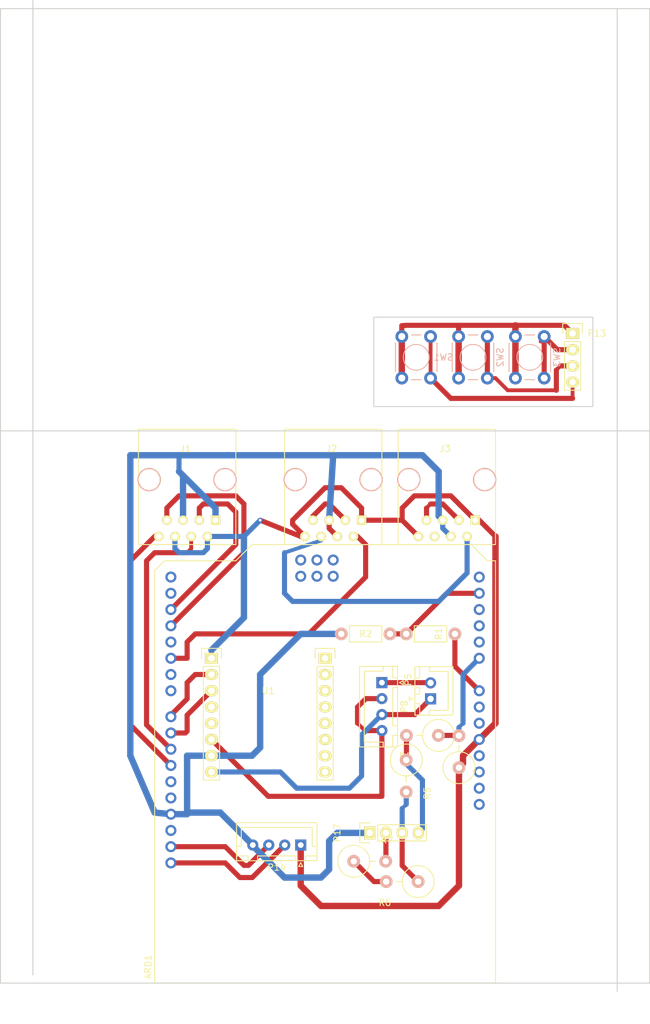
<source format=kicad_pcb>
(kicad_pcb (version 4) (host pcbnew 4.0.4+dfsg1-stable)

  (general
    (links 60)
    (no_connects 1)
    (area 18.974999 40.564999 120.725001 201.035001)
    (thickness 1.6)
    (drawings 19)
    (tracks 222)
    (zones 0)
    (modules 20)
    (nets 62)
  )

  (page A4)
  (layers
    (0 F.Cu signal)
    (31 B.Cu signal hide)
    (32 B.Adhes user)
    (33 F.Adhes user)
    (34 B.Paste user)
    (35 F.Paste user)
    (36 B.SilkS user)
    (37 F.SilkS user)
    (38 B.Mask user)
    (39 F.Mask user)
    (40 Dwgs.User user)
    (41 Cmts.User user hide)
    (42 Eco1.User user)
    (43 Eco2.User user)
    (44 Edge.Cuts user)
    (45 Margin user hide)
    (46 B.CrtYd user hide)
    (47 F.CrtYd user hide)
    (48 B.Fab user)
    (49 F.Fab user)
  )

  (setup
    (last_trace_width 0.8)
    (trace_clearance 0.3)
    (zone_clearance 0.508)
    (zone_45_only no)
    (trace_min 0.2)
    (segment_width 0.2)
    (edge_width 0.15)
    (via_size 0.6)
    (via_drill 0.4)
    (via_min_size 0.4)
    (via_min_drill 0.3)
    (uvia_size 0.3)
    (uvia_drill 0.1)
    (uvias_allowed no)
    (uvia_min_size 0.2)
    (uvia_min_drill 0.1)
    (pcb_text_width 0.3)
    (pcb_text_size 1.5 1.5)
    (mod_edge_width 0.15)
    (mod_text_size 1 1)
    (mod_text_width 0.15)
    (pad_size 1.524 1.524)
    (pad_drill 0.762)
    (pad_to_mask_clearance 0.2)
    (aux_axis_origin 0 0)
    (visible_elements FFFFFF7F)
    (pcbplotparams
      (layerselection 0x01830_00000001)
      (usegerberextensions false)
      (excludeedgelayer true)
      (linewidth 0.100000)
      (plotframeref false)
      (viasonmask false)
      (mode 1)
      (useauxorigin false)
      (hpglpennumber 1)
      (hpglpenspeed 20)
      (hpglpendiameter 15)
      (hpglpenoverlay 2)
      (psnegative false)
      (psa4output false)
      (plotreference true)
      (plotvalue true)
      (plotinvisibletext false)
      (padsonsilk false)
      (subtractmaskfromsilk false)
      (outputformat 5)
      (mirror true)
      (drillshape 1)
      (scaleselection 1)
      (outputdirectory /media/data/))
  )

  (net 0 "")
  (net 1 "Net-(ARD1-PadRST2)")
  (net 2 "Net-(ARD1-PadGND4)")
  (net 3 "Net-(ARD1-PadMOSI)")
  (net 4 "Net-(ARD1-PadSCK)")
  (net 5 "Net-(ARD1-Pad5V2)")
  (net 6 A0)
  (net 7 "Net-(ARD1-PadVIN)")
  (net 8 "Net-(ARD1-PadGND3)")
  (net 9 "Net-(ARD1-PadGND2)")
  (net 10 +5V)
  (net 11 "Net-(ARD1-Pad3.3V)")
  (net 12 "Net-(ARD1-PadRST1)")
  (net 13 "Net-(ARD1-PadIORF)")
  (net 14 "Net-(ARD1-PadD0)")
  (net 15 "Net-(ARD1-PadD1)")
  (net 16 D2)
  (net 17 D3)
  (net 18 D4)
  (net 19 D5)
  (net 20 D6)
  (net 21 D7)
  (net 22 GND)
  (net 23 D8)
  (net 24 D9)
  (net 25 D10)
  (net 26 "Net-(ARD1-PadAREF)")
  (net 27 D13)
  (net 28 D12)
  (net 29 D11)
  (net 30 "Net-(ARD1-PadA1)")
  (net 31 "Net-(ARD1-PadA2)")
  (net 32 "Net-(ARD1-PadA3)")
  (net 33 "Net-(ARD1-PadA5)")
  (net 34 "Net-(ARD1-PadMISO)")
  (net 35 "Net-(P5-Pad1)")
  (net 36 "Net-(P5-Pad2)")
  (net 37 "Net-(P8-Pad2)")
  (net 38 SCL)
  (net 39 SDA)
  (net 40 A4)
  (net 41 "Net-(U1-Pad5)")
  (net 42 "Net-(U1-Pad4)")
  (net 43 "Net-(U1-Pad9)")
  (net 44 "Net-(U1-Pad10)")
  (net 45 "Net-(U1-Pad11)")
  (net 46 "Net-(U1-Pad12)")
  (net 47 "Net-(U1-Pad13)")
  (net 48 "Net-(U1-Pad14)")
  (net 49 "Net-(U1-Pad15)")
  (net 50 "Net-(U1-Pad16)")
  (net 51 "Net-(R6-Pad2)")
  (net 52 "Net-(P13-Pad2)")
  (net 53 "Net-(P13-Pad3)")
  (net 54 "Net-(P13-Pad4)")
  (net 55 "Net-(J2-Pad3)")
  (net 56 "Net-(J3-Pad3)")
  (net 57 "Net-(J2-Pad6)")
  (net 58 "Net-(J3-Pad6)")
  (net 59 "Net-(P17-Pad2)")
  (net 60 "Net-(P17-Pad3)")
  (net 61 "Net-(P17-Pad4)")

  (net_class Default "This is the default net class."
    (clearance 0.3)
    (trace_width 0.8)
    (via_dia 0.6)
    (via_drill 0.4)
    (uvia_dia 0.3)
    (uvia_drill 0.1)
    (add_net A0)
    (add_net A4)
    (add_net D10)
    (add_net D11)
    (add_net D12)
    (add_net D13)
    (add_net D2)
    (add_net D3)
    (add_net D4)
    (add_net D5)
    (add_net D6)
    (add_net D7)
    (add_net D8)
    (add_net D9)
    (add_net "Net-(ARD1-Pad3.3V)")
    (add_net "Net-(ARD1-Pad5V2)")
    (add_net "Net-(ARD1-PadA1)")
    (add_net "Net-(ARD1-PadA2)")
    (add_net "Net-(ARD1-PadA3)")
    (add_net "Net-(ARD1-PadA5)")
    (add_net "Net-(ARD1-PadAREF)")
    (add_net "Net-(ARD1-PadD0)")
    (add_net "Net-(ARD1-PadD1)")
    (add_net "Net-(ARD1-PadGND2)")
    (add_net "Net-(ARD1-PadGND3)")
    (add_net "Net-(ARD1-PadGND4)")
    (add_net "Net-(ARD1-PadIORF)")
    (add_net "Net-(ARD1-PadMISO)")
    (add_net "Net-(ARD1-PadMOSI)")
    (add_net "Net-(ARD1-PadRST1)")
    (add_net "Net-(ARD1-PadRST2)")
    (add_net "Net-(ARD1-PadSCK)")
    (add_net "Net-(ARD1-PadVIN)")
    (add_net "Net-(J2-Pad3)")
    (add_net "Net-(J2-Pad6)")
    (add_net "Net-(J3-Pad3)")
    (add_net "Net-(J3-Pad6)")
    (add_net "Net-(P13-Pad2)")
    (add_net "Net-(P13-Pad3)")
    (add_net "Net-(P13-Pad4)")
    (add_net "Net-(P17-Pad2)")
    (add_net "Net-(P17-Pad3)")
    (add_net "Net-(P17-Pad4)")
    (add_net "Net-(P5-Pad1)")
    (add_net "Net-(P5-Pad2)")
    (add_net "Net-(P8-Pad2)")
    (add_net "Net-(R6-Pad2)")
    (add_net "Net-(U1-Pad10)")
    (add_net "Net-(U1-Pad11)")
    (add_net "Net-(U1-Pad12)")
    (add_net "Net-(U1-Pad13)")
    (add_net "Net-(U1-Pad14)")
    (add_net "Net-(U1-Pad15)")
    (add_net "Net-(U1-Pad16)")
    (add_net "Net-(U1-Pad4)")
    (add_net "Net-(U1-Pad5)")
    (add_net "Net-(U1-Pad9)")
    (add_net SCL)
    (add_net SDA)
  )

  (net_class PWR ""
    (clearance 0.3)
    (trace_width 1)
    (via_dia 0.6)
    (via_drill 0.4)
    (uvia_dia 0.3)
    (uvia_drill 0.1)
    (add_net +5V)
    (add_net GND)
  )

  (net_class SMALL ""
    (clearance 0.3)
    (trace_width 0.3)
    (via_dia 0.6)
    (via_drill 0.4)
    (uvia_dia 0.3)
    (uvia_drill 0.1)
  )

  (module Resistors_ThroughHole:Resistor_Vertical_RM5mm (layer F.Cu) (tedit 0) (tstamp 5A29CAC7)
    (at 85.09 155.575 180)
    (descr "Resistor, Vertical, RM 5mm, 1/3W,")
    (tags "Resistor, Vertical, RM 5mm, 1/3W,")
    (path /5A29AEF5)
    (fp_text reference R4 (at 2.70002 -3.29946 180) (layer F.SilkS)
      (effects (font (size 1 1) (thickness 0.15)))
    )
    (fp_text value 330 (at 0 4.50088 180) (layer F.Fab)
      (effects (font (size 1 1) (thickness 0.15)))
    )
    (fp_line (start -0.09906 0) (end 0.9017 0) (layer F.SilkS) (width 0.15))
    (fp_circle (center -2.49936 0) (end 0 0) (layer F.SilkS) (width 0.15))
    (pad 1 thru_hole circle (at -2.49936 0 180) (size 1.99898 1.99898) (drill 1.00076) (layers *.Cu *.SilkS *.Mask)
      (net 6 A0))
    (pad 2 thru_hole circle (at 2.5019 0 180) (size 1.99898 1.99898) (drill 1.00076) (layers *.Cu *.SilkS *.Mask)
      (net 61 "Net-(P17-Pad4)"))
  )

  (module Connect:RJ45_8 (layer F.Cu) (tedit 0) (tstamp 5A2B4C7B)
    (at 88.9 115.57 180)
    (tags RJ45)
    (path /5A2B57CE)
    (fp_text reference J3 (at 0.254 4.826 180) (layer F.SilkS)
      (effects (font (size 1 1) (thickness 0.15)))
    )
    (fp_text value CAP_LEDS (at 0.14224 -0.1016 180) (layer F.Fab)
      (effects (font (size 1 1) (thickness 0.15)))
    )
    (fp_line (start -7.62 7.874) (end 7.62 7.874) (layer F.SilkS) (width 0.15))
    (fp_line (start 7.62 7.874) (end 7.62 -10.16) (layer F.SilkS) (width 0.15))
    (fp_line (start 7.62 -10.16) (end -7.62 -10.16) (layer F.SilkS) (width 0.15))
    (fp_line (start -7.62 -10.16) (end -7.62 7.874) (layer F.SilkS) (width 0.15))
    (pad Hole np_thru_hole circle (at 5.93852 0 180) (size 3.64998 3.64998) (drill 3.2512) (layers *.Cu *.SilkS *.Mask))
    (pad Hole np_thru_hole circle (at -5.9309 0 180) (size 3.64998 3.64998) (drill 3.2512) (layers *.Cu *.SilkS *.Mask))
    (pad 1 thru_hole rect (at -4.445 -6.35 180) (size 1.50114 1.50114) (drill 0.89916) (layers *.Cu *.Mask F.SilkS)
      (net 10 +5V))
    (pad 2 thru_hole circle (at -3.175 -8.89 180) (size 1.50114 1.50114) (drill 0.89916) (layers *.Cu *.Mask F.SilkS)
      (net 57 "Net-(J2-Pad6)"))
    (pad 3 thru_hole circle (at -1.905 -6.35 180) (size 1.50114 1.50114) (drill 0.89916) (layers *.Cu *.Mask F.SilkS)
      (net 56 "Net-(J3-Pad3)"))
    (pad 4 thru_hole circle (at -0.635 -8.89 180) (size 1.50114 1.50114) (drill 0.89916) (layers *.Cu *.Mask F.SilkS)
      (net 22 GND))
    (pad 5 thru_hole circle (at 0.635 -6.35 180) (size 1.50114 1.50114) (drill 0.89916) (layers *.Cu *.Mask F.SilkS)
      (net 22 GND))
    (pad 6 thru_hole circle (at 1.905 -8.89 180) (size 1.50114 1.50114) (drill 0.89916) (layers *.Cu *.Mask F.SilkS)
      (net 58 "Net-(J3-Pad6)"))
    (pad 7 thru_hole circle (at 3.175 -6.35 180) (size 1.50114 1.50114) (drill 0.89916) (layers *.Cu *.Mask F.SilkS)
      (net 56 "Net-(J3-Pad3)"))
    (pad 8 thru_hole circle (at 4.445 -8.89 180) (size 1.50114 1.50114) (drill 0.89916) (layers *.Cu *.Mask F.SilkS)
      (net 10 +5V))
    (model Connect.3dshapes/RJ45_8.wrl
      (at (xyz 0 0 0))
      (scale (xyz 0.4 0.4 0.4))
      (rotate (xyz 0 0 0))
    )
  )

  (module Arduino:Arduino_Uno_Shield (layer F.Cu) (tedit 5898A1DC) (tstamp 5A28A917)
    (at 96.52 194.31 90)
    (path /5A288319)
    (fp_text reference ARD1 (at 2.54 -54.356 90) (layer F.SilkS)
      (effects (font (size 1 1) (thickness 0.15)))
    )
    (fp_text value UNO_SHIELD (at 15.494 -54.356 90) (layer F.Fab)
      (effects (font (size 1 1) (thickness 0.15)))
    )
    (fp_line (start 9.525 -32.385) (end -6.35 -32.385) (layer B.CrtYd) (width 0.15))
    (fp_line (start 9.525 -43.815) (end -6.35 -43.815) (layer B.CrtYd) (width 0.15))
    (fp_line (start 9.525 -43.815) (end 9.525 -32.385) (layer B.CrtYd) (width 0.15))
    (fp_line (start -6.35 -43.815) (end -6.35 -32.385) (layer B.CrtYd) (width 0.15))
    (fp_text user . (at 62.484 -32.004 90) (layer F.SilkS)
      (effects (font (size 1 1) (thickness 0.15)))
    )
    (fp_line (start 11.43 -12.065) (end 11.43 -3.175) (layer B.CrtYd) (width 0.15))
    (fp_line (start -1.905 -3.175) (end 11.43 -3.175) (layer B.CrtYd) (width 0.15))
    (fp_line (start -1.905 -12.065) (end -1.905 -3.175) (layer B.CrtYd) (width 0.15))
    (fp_line (start -1.905 -12.065) (end 11.43 -12.065) (layer B.CrtYd) (width 0.15))
    (fp_line (start 0 -53.34) (end 0 0) (layer F.SilkS) (width 0.15))
    (fp_line (start 66.04 -40.64) (end 66.04 -51.816) (layer F.SilkS) (width 0.15))
    (fp_line (start 68.58 -38.1) (end 66.04 -40.64) (layer F.SilkS) (width 0.15))
    (fp_line (start 68.58 -3.81) (end 68.58 -38.1) (layer F.SilkS) (width 0.15))
    (fp_line (start 66.04 -1.27) (end 68.58 -3.81) (layer F.SilkS) (width 0.15))
    (fp_line (start 66.04 0) (end 66.04 -1.27) (layer F.SilkS) (width 0.15))
    (fp_line (start 64.516 -53.34) (end 66.04 -51.816) (layer F.SilkS) (width 0.15))
    (fp_line (start 0 0) (end 66.04 0) (layer F.SilkS) (width 0.15))
    (fp_line (start 0 -53.34) (end 64.516 -53.34) (layer F.SilkS) (width 0.15))
    (pad RST2 thru_hole oval (at 63.627 -25.4 90) (size 1.7272 1.7272) (drill 1.016) (layers *.Cu *.Mask)
      (net 1 "Net-(ARD1-PadRST2)"))
    (pad GND4 thru_hole oval (at 66.167 -25.4 90) (size 1.7272 1.7272) (drill 1.016) (layers *.Cu *.Mask)
      (net 2 "Net-(ARD1-PadGND4)"))
    (pad MOSI thru_hole oval (at 66.167 -27.94 90) (size 1.7272 1.7272) (drill 1.016) (layers *.Cu *.Mask)
      (net 3 "Net-(ARD1-PadMOSI)"))
    (pad SCK thru_hole oval (at 63.627 -27.94 90) (size 1.7272 1.7272) (drill 1.016) (layers *.Cu *.Mask)
      (net 4 "Net-(ARD1-PadSCK)"))
    (pad 5V2 thru_hole oval (at 66.167 -30.48 90) (size 1.7272 1.7272) (drill 1.016) (layers *.Cu *.Mask)
      (net 5 "Net-(ARD1-Pad5V2)"))
    (pad A0 thru_hole oval (at 50.8 -2.54 90) (size 1.7272 1.7272) (drill 1.016) (layers *.Cu *.Mask)
      (net 6 A0))
    (pad VIN thru_hole oval (at 45.72 -2.54 90) (size 1.7272 1.7272) (drill 1.016) (layers *.Cu *.Mask)
      (net 7 "Net-(ARD1-PadVIN)"))
    (pad GND3 thru_hole oval (at 43.18 -2.54 90) (size 1.7272 1.7272) (drill 1.016) (layers *.Cu *.Mask)
      (net 8 "Net-(ARD1-PadGND3)"))
    (pad GND2 thru_hole oval (at 40.64 -2.54 90) (size 1.7272 1.7272) (drill 1.016) (layers *.Cu *.Mask)
      (net 9 "Net-(ARD1-PadGND2)"))
    (pad 5V1 thru_hole oval (at 38.1 -2.54 90) (size 1.7272 1.7272) (drill 1.016) (layers *.Cu *.Mask)
      (net 10 +5V))
    (pad 3.3V thru_hole oval (at 35.56 -2.54 90) (size 1.7272 1.7272) (drill 1.016) (layers *.Cu *.Mask)
      (net 11 "Net-(ARD1-Pad3.3V)"))
    (pad RST1 thru_hole oval (at 33.02 -2.54 90) (size 1.7272 1.7272) (drill 1.016) (layers *.Cu *.Mask)
      (net 12 "Net-(ARD1-PadRST1)"))
    (pad IORF thru_hole oval (at 30.48 -2.54 90) (size 1.7272 1.7272) (drill 1.016) (layers *.Cu *.Mask)
      (net 13 "Net-(ARD1-PadIORF)"))
    (pad D0 thru_hole oval (at 63.5 -50.8 90) (size 1.7272 1.7272) (drill 1.016) (layers *.Cu *.Mask)
      (net 14 "Net-(ARD1-PadD0)"))
    (pad D1 thru_hole oval (at 60.96 -50.8 90) (size 1.7272 1.7272) (drill 1.016) (layers *.Cu *.Mask)
      (net 15 "Net-(ARD1-PadD1)"))
    (pad D2 thru_hole oval (at 58.42 -50.8 90) (size 1.7272 1.7272) (drill 1.016) (layers *.Cu *.Mask)
      (net 16 D2))
    (pad D3 thru_hole oval (at 55.88 -50.8 90) (size 1.7272 1.7272) (drill 1.016) (layers *.Cu *.Mask)
      (net 17 D3))
    (pad D4 thru_hole oval (at 53.34 -50.8 90) (size 1.7272 1.7272) (drill 1.016) (layers *.Cu *.Mask)
      (net 18 D4))
    (pad D5 thru_hole oval (at 50.8 -50.8 90) (size 1.7272 1.7272) (drill 1.016) (layers *.Cu *.Mask)
      (net 19 D5))
    (pad D6 thru_hole oval (at 48.26 -50.8 90) (size 1.7272 1.7272) (drill 1.016) (layers *.Cu *.Mask)
      (net 20 D6))
    (pad D7 thru_hole oval (at 45.72 -50.8 90) (size 1.7272 1.7272) (drill 1.016) (layers *.Cu *.Mask)
      (net 21 D7))
    (pad GND1 thru_hole oval (at 26.416 -50.8 90) (size 1.7272 1.7272) (drill 1.016) (layers *.Cu *.Mask)
      (net 22 GND))
    (pad D8 thru_hole oval (at 41.656 -50.8 90) (size 1.7272 1.7272) (drill 1.016) (layers *.Cu *.Mask)
      (net 23 D8))
    (pad D9 thru_hole oval (at 39.116 -50.8 90) (size 1.7272 1.7272) (drill 1.016) (layers *.Cu *.Mask)
      (net 24 D9))
    (pad D10 thru_hole oval (at 36.576 -50.8 90) (size 1.7272 1.7272) (drill 1.016) (layers *.Cu *.Mask)
      (net 25 D10))
    (pad "" np_thru_hole circle (at 66.04 -7.62 90) (size 3.2 3.2) (drill 3.2) (layers *.Cu *.Mask))
    (pad "" np_thru_hole circle (at 66.04 -35.56 90) (size 3.2 3.2) (drill 3.2) (layers *.Cu *.Mask))
    (pad "" np_thru_hole circle (at 15.24 -50.8 90) (size 3.2 3.2) (drill 3.2) (layers *.Cu *.Mask))
    (pad "" np_thru_hole circle (at 13.97 -2.54 90) (size 3.2 3.2) (drill 3.2) (layers *.Cu *.Mask))
    (pad SCL thru_hole oval (at 18.796 -50.8 90) (size 1.7272 1.7272) (drill 1.016) (layers *.Cu *.Mask)
      (net 38 SCL))
    (pad SDA thru_hole oval (at 21.336 -50.8 90) (size 1.7272 1.7272) (drill 1.016) (layers *.Cu *.Mask)
      (net 39 SDA))
    (pad AREF thru_hole oval (at 23.876 -50.8 90) (size 1.7272 1.7272) (drill 1.016) (layers *.Cu *.Mask)
      (net 26 "Net-(ARD1-PadAREF)"))
    (pad D13 thru_hole oval (at 28.956 -50.8 90) (size 1.7272 1.7272) (drill 1.016) (layers *.Cu *.Mask)
      (net 27 D13))
    (pad D12 thru_hole oval (at 31.496 -50.8 90) (size 1.7272 1.7272) (drill 1.016) (layers *.Cu *.Mask)
      (net 28 D12))
    (pad D11 thru_hole oval (at 34.036 -50.8 90) (size 1.7272 1.7272) (drill 1.016) (layers *.Cu *.Mask)
      (net 29 D11))
    (pad "" thru_hole oval (at 27.94 -2.54 90) (size 1.7272 1.7272) (drill 1.016) (layers *.Cu *.Mask))
    (pad A1 thru_hole oval (at 53.34 -2.54 90) (size 1.7272 1.7272) (drill 1.016) (layers *.Cu *.Mask)
      (net 30 "Net-(ARD1-PadA1)"))
    (pad A2 thru_hole oval (at 55.88 -2.54 90) (size 1.7272 1.7272) (drill 1.016) (layers *.Cu *.Mask)
      (net 31 "Net-(ARD1-PadA2)"))
    (pad A3 thru_hole oval (at 58.42 -2.54 90) (size 1.7272 1.7272) (drill 1.016) (layers *.Cu *.Mask)
      (net 32 "Net-(ARD1-PadA3)"))
    (pad A4 thru_hole oval (at 60.96 -2.54 90) (size 1.7272 1.7272) (drill 1.016) (layers *.Cu *.Mask)
      (net 40 A4))
    (pad A5 thru_hole oval (at 63.5 -2.54 90) (size 1.7272 1.7272) (drill 1.016) (layers *.Cu *.Mask)
      (net 33 "Net-(ARD1-PadA5)"))
    (pad MISO thru_hole oval (at 63.627 -30.48 90) (size 1.7272 1.7272) (drill 1.016) (layers *.Cu *.Mask)
      (net 34 "Net-(ARD1-PadMISO)"))
  )

  (module Connect:RJ45_8 (layer F.Cu) (tedit 5A29A004) (tstamp 5A28A925)
    (at 48.26 115.57 180)
    (tags RJ45)
    (path /5A288E8E)
    (fp_text reference J1 (at 0.254 4.826 180) (layer F.SilkS)
      (effects (font (size 1 1) (thickness 0.15)))
    )
    (fp_text value BTNS (at 0 -1.27 180) (layer F.Fab)
      (effects (font (size 1 1) (thickness 0.15)))
    )
    (fp_line (start -7.62 7.874) (end 7.62 7.874) (layer F.SilkS) (width 0.15))
    (fp_line (start 7.62 7.874) (end 7.62 -10.16) (layer F.SilkS) (width 0.15))
    (fp_line (start 7.62 -10.16) (end -7.62 -10.16) (layer F.SilkS) (width 0.15))
    (fp_line (start -7.62 -10.16) (end -7.62 7.874) (layer F.SilkS) (width 0.15))
    (pad Hole np_thru_hole circle (at 5.93852 0 180) (size 3.64998 3.64998) (drill 3.2512) (layers *.Cu *.SilkS *.Mask))
    (pad Hole np_thru_hole circle (at -5.9309 0 180) (size 3.64998 3.64998) (drill 3.2512) (layers *.Cu *.SilkS *.Mask))
    (pad 1 thru_hole rect (at -4.445 -6.35 180) (size 1.50114 1.50114) (drill 0.89916) (layers *.Cu *.Mask F.SilkS)
      (net 22 GND))
    (pad 2 thru_hole circle (at -3.175 -8.89 180) (size 1.50114 1.50114) (drill 0.89916) (layers *.Cu *.Mask F.SilkS)
      (net 10 +5V))
    (pad 3 thru_hole circle (at -1.905 -6.35 180) (size 1.50114 1.50114) (drill 0.89916) (layers *.Cu *.Mask F.SilkS)
      (net 16 D2))
    (pad 4 thru_hole circle (at -0.635 -8.89 180) (size 1.50114 1.50114) (drill 0.89916) (layers *.Cu *.Mask F.SilkS)
      (net 25 D10))
    (pad 5 thru_hole circle (at 0.635 -6.35 180) (size 1.50114 1.50114) (drill 0.89916) (layers *.Cu *.Mask F.SilkS)
      (net 22 GND))
    (pad 6 thru_hole circle (at 1.905 -8.89 180) (size 1.50114 1.50114) (drill 0.89916) (layers *.Cu *.Mask F.SilkS)
      (net 10 +5V))
    (pad 7 thru_hole circle (at 3.175 -6.35 180) (size 1.50114 1.50114) (drill 0.89916) (layers *.Cu *.Mask F.SilkS)
      (net 17 D3))
    (pad 8 thru_hole circle (at 4.445 -8.89 180) (size 1.50114 1.50114) (drill 0.89916) (layers *.Cu *.Mask F.SilkS)
      (net 29 D11))
    (model Connect.3dshapes/RJ45_8.wrl
      (at (xyz 0 0 0))
      (scale (xyz 0.4 0.4 0.4))
      (rotate (xyz 0 0 0))
    )
  )

  (module Connectors_JST:JST_XH_B02B-XH-A_02x2.50mm_Straight (layer F.Cu) (tedit 56F0715A) (tstamp 5A28A953)
    (at 86.36 149.86 90)
    (descr "JST XH series connector, B02B-XH-A, top entry type, through hole")
    (tags "connector jst xh tht top vertical 2.50mm")
    (path /5A288E13)
    (fp_text reference P5 (at 3 -3.5 90) (layer F.SilkS)
      (effects (font (size 1 1) (thickness 0.15)))
    )
    (fp_text value SPK (at 1.25 4.5 90) (layer F.Fab)
      (effects (font (size 1 1) (thickness 0.15)))
    )
    (fp_line (start -2.95 -2.85) (end -2.95 3.9) (layer F.CrtYd) (width 0.05))
    (fp_line (start -2.95 3.9) (end 5.45 3.9) (layer F.CrtYd) (width 0.05))
    (fp_line (start 5.45 3.9) (end 5.45 -2.85) (layer F.CrtYd) (width 0.05))
    (fp_line (start 5.45 -2.85) (end -2.95 -2.85) (layer F.CrtYd) (width 0.05))
    (fp_line (start -2.55 -2.45) (end -2.55 3.5) (layer F.SilkS) (width 0.15))
    (fp_line (start -2.55 3.5) (end 5.05 3.5) (layer F.SilkS) (width 0.15))
    (fp_line (start 5.05 3.5) (end 5.05 -2.45) (layer F.SilkS) (width 0.15))
    (fp_line (start 5.05 -2.45) (end -2.55 -2.45) (layer F.SilkS) (width 0.15))
    (fp_line (start 0.75 -2.45) (end 0.75 -1.7) (layer F.SilkS) (width 0.15))
    (fp_line (start 0.75 -1.7) (end 1.75 -1.7) (layer F.SilkS) (width 0.15))
    (fp_line (start 1.75 -1.7) (end 1.75 -2.45) (layer F.SilkS) (width 0.15))
    (fp_line (start 1.75 -2.45) (end 0.75 -2.45) (layer F.SilkS) (width 0.15))
    (fp_line (start -2.55 -2.45) (end -2.55 -1.7) (layer F.SilkS) (width 0.15))
    (fp_line (start -2.55 -1.7) (end -0.75 -1.7) (layer F.SilkS) (width 0.15))
    (fp_line (start -0.75 -1.7) (end -0.75 -2.45) (layer F.SilkS) (width 0.15))
    (fp_line (start -0.75 -2.45) (end -2.55 -2.45) (layer F.SilkS) (width 0.15))
    (fp_line (start 3.25 -2.45) (end 3.25 -1.7) (layer F.SilkS) (width 0.15))
    (fp_line (start 3.25 -1.7) (end 5.05 -1.7) (layer F.SilkS) (width 0.15))
    (fp_line (start 5.05 -1.7) (end 5.05 -2.45) (layer F.SilkS) (width 0.15))
    (fp_line (start 5.05 -2.45) (end 3.25 -2.45) (layer F.SilkS) (width 0.15))
    (fp_line (start -2.55 -0.2) (end -1.8 -0.2) (layer F.SilkS) (width 0.15))
    (fp_line (start -1.8 -0.2) (end -1.8 2.75) (layer F.SilkS) (width 0.15))
    (fp_line (start -1.8 2.75) (end 1.25 2.75) (layer F.SilkS) (width 0.15))
    (fp_line (start 5.05 -0.2) (end 4.3 -0.2) (layer F.SilkS) (width 0.15))
    (fp_line (start 4.3 -0.2) (end 4.3 2.75) (layer F.SilkS) (width 0.15))
    (fp_line (start 4.3 2.75) (end 1.25 2.75) (layer F.SilkS) (width 0.15))
    (fp_line (start 0 -2.75) (end -0.3 -3.35) (layer F.SilkS) (width 0.15))
    (fp_line (start -0.3 -3.35) (end 0.3 -3.35) (layer F.SilkS) (width 0.15))
    (fp_line (start 0.3 -3.35) (end 0 -2.75) (layer F.SilkS) (width 0.15))
    (pad 1 thru_hole rect (at 0 0 90) (size 1.75 1.75) (drill 1) (layers *.Cu *.Mask)
      (net 35 "Net-(P5-Pad1)"))
    (pad 2 thru_hole circle (at 2.5 0 90) (size 1.75 1.75) (drill 1) (layers *.Cu *.Mask)
      (net 36 "Net-(P5-Pad2)"))
    (model Connectors_JST.3dshapes/JST_XH_B02B-XH-A_02x2.50mm_Straight.wrl
      (at (xyz 0 0 0))
      (scale (xyz 1 1 1))
      (rotate (xyz 0 0 0))
    )
  )

  (module Connectors_JST:JST_XH_B04B-XH-A_04x2.50mm_Straight (layer F.Cu) (tedit 56F0715A) (tstamp 5A28A95B)
    (at 78.74 147.32 270)
    (descr "JST XH series connector, B04B-XH-A, top entry type, through hole")
    (tags "connector jst xh tht top vertical 2.50mm")
    (path /5A28E955)
    (fp_text reference P8 (at 3.75 -3.5 270) (layer F.SilkS)
      (effects (font (size 1 1) (thickness 0.15)))
    )
    (fp_text value AUDIO_JACK (at 3.75 4.5 270) (layer F.Fab)
      (effects (font (size 1 1) (thickness 0.15)))
    )
    (fp_line (start -2.95 -2.85) (end -2.95 3.9) (layer F.CrtYd) (width 0.05))
    (fp_line (start -2.95 3.9) (end 10.4 3.9) (layer F.CrtYd) (width 0.05))
    (fp_line (start 10.4 3.9) (end 10.4 -2.85) (layer F.CrtYd) (width 0.05))
    (fp_line (start 10.4 -2.85) (end -2.95 -2.85) (layer F.CrtYd) (width 0.05))
    (fp_line (start -2.55 -2.45) (end -2.55 3.5) (layer F.SilkS) (width 0.15))
    (fp_line (start -2.55 3.5) (end 10.05 3.5) (layer F.SilkS) (width 0.15))
    (fp_line (start 10.05 3.5) (end 10.05 -2.45) (layer F.SilkS) (width 0.15))
    (fp_line (start 10.05 -2.45) (end -2.55 -2.45) (layer F.SilkS) (width 0.15))
    (fp_line (start 0.75 -2.45) (end 0.75 -1.7) (layer F.SilkS) (width 0.15))
    (fp_line (start 0.75 -1.7) (end 6.75 -1.7) (layer F.SilkS) (width 0.15))
    (fp_line (start 6.75 -1.7) (end 6.75 -2.45) (layer F.SilkS) (width 0.15))
    (fp_line (start 6.75 -2.45) (end 0.75 -2.45) (layer F.SilkS) (width 0.15))
    (fp_line (start -2.55 -2.45) (end -2.55 -1.7) (layer F.SilkS) (width 0.15))
    (fp_line (start -2.55 -1.7) (end -0.75 -1.7) (layer F.SilkS) (width 0.15))
    (fp_line (start -0.75 -1.7) (end -0.75 -2.45) (layer F.SilkS) (width 0.15))
    (fp_line (start -0.75 -2.45) (end -2.55 -2.45) (layer F.SilkS) (width 0.15))
    (fp_line (start 8.25 -2.45) (end 8.25 -1.7) (layer F.SilkS) (width 0.15))
    (fp_line (start 8.25 -1.7) (end 10.05 -1.7) (layer F.SilkS) (width 0.15))
    (fp_line (start 10.05 -1.7) (end 10.05 -2.45) (layer F.SilkS) (width 0.15))
    (fp_line (start 10.05 -2.45) (end 8.25 -2.45) (layer F.SilkS) (width 0.15))
    (fp_line (start -2.55 -0.2) (end -1.8 -0.2) (layer F.SilkS) (width 0.15))
    (fp_line (start -1.8 -0.2) (end -1.8 2.75) (layer F.SilkS) (width 0.15))
    (fp_line (start -1.8 2.75) (end 3.75 2.75) (layer F.SilkS) (width 0.15))
    (fp_line (start 10.05 -0.2) (end 9.3 -0.2) (layer F.SilkS) (width 0.15))
    (fp_line (start 9.3 -0.2) (end 9.3 2.75) (layer F.SilkS) (width 0.15))
    (fp_line (start 9.3 2.75) (end 3.75 2.75) (layer F.SilkS) (width 0.15))
    (fp_line (start 0 -2.75) (end -0.3 -3.35) (layer F.SilkS) (width 0.15))
    (fp_line (start -0.3 -3.35) (end 0.3 -3.35) (layer F.SilkS) (width 0.15))
    (fp_line (start 0.3 -3.35) (end 0 -2.75) (layer F.SilkS) (width 0.15))
    (pad 1 thru_hole rect (at 0 0 270) (size 1.75 1.75) (drill 0.9) (layers *.Cu *.Mask)
      (net 36 "Net-(P5-Pad2)"))
    (pad 2 thru_hole circle (at 2.5 0 270) (size 1.75 1.75) (drill 0.9) (layers *.Cu *.Mask)
      (net 37 "Net-(P8-Pad2)"))
    (pad 3 thru_hole circle (at 5 0 270) (size 1.75 1.75) (drill 0.9) (layers *.Cu *.Mask)
      (net 35 "Net-(P5-Pad1)"))
    (pad 4 thru_hole circle (at 7.5 0 270) (size 1.75 1.75) (drill 0.9) (layers *.Cu *.Mask)
      (net 37 "Net-(P8-Pad2)"))
    (model Connectors_JST.3dshapes/JST_XH_B04B-XH-A_04x2.50mm_Straight.wrl
      (at (xyz 0 0 0))
      (scale (xyz 1 1 1))
      (rotate (xyz 0 0 0))
    )
  )

  (module Resistors_ThroughHole:Resistor_Horizontal_RM7mm (layer F.Cu) (tedit 5A2C5144) (tstamp 5A28A970)
    (at 90.17 139.7 180)
    (descr "Resistor, Axial,  RM 7.62mm, 1/3W,")
    (tags "Resistor Axial RM 7.62mm 1/3W R3")
    (path /5A28FE68)
    (fp_text reference R1 (at 2.54 0 270) (layer F.SilkS)
      (effects (font (size 1 1) (thickness 0.15)))
    )
    (fp_text value 5k (at 3.81 3.81 180) (layer F.Fab)
      (effects (font (size 1 1) (thickness 0.15)))
    )
    (fp_line (start -1.25 -1.5) (end 8.85 -1.5) (layer F.CrtYd) (width 0.05))
    (fp_line (start -1.25 1.5) (end -1.25 -1.5) (layer F.CrtYd) (width 0.05))
    (fp_line (start 8.85 -1.5) (end 8.85 1.5) (layer F.CrtYd) (width 0.05))
    (fp_line (start -1.25 1.5) (end 8.85 1.5) (layer F.CrtYd) (width 0.05))
    (fp_line (start 1.27 -1.27) (end 6.35 -1.27) (layer F.SilkS) (width 0.15))
    (fp_line (start 6.35 -1.27) (end 6.35 1.27) (layer F.SilkS) (width 0.15))
    (fp_line (start 6.35 1.27) (end 1.27 1.27) (layer F.SilkS) (width 0.15))
    (fp_line (start 1.27 1.27) (end 1.27 -1.27) (layer F.SilkS) (width 0.15))
    (pad 1 thru_hole circle (at 0 0 180) (size 1.99898 1.99898) (drill 1.00076) (layers *.Cu *.SilkS *.Mask)
      (net 7 "Net-(ARD1-PadVIN)"))
    (pad 2 thru_hole circle (at 7.62 0 180) (size 1.99898 1.99898) (drill 1.00076) (layers *.Cu *.SilkS *.Mask)
      (net 40 A4))
  )

  (module Resistors_ThroughHole:Resistor_Horizontal_RM7mm (layer F.Cu) (tedit 5A2B596C) (tstamp 5A28A976)
    (at 80.01 139.7 180)
    (descr "Resistor, Axial,  RM 7.62mm, 1/3W,")
    (tags "Resistor Axial RM 7.62mm 1/3W R3")
    (path /5A28FED5)
    (fp_text reference R2 (at 3.81 0 180) (layer F.SilkS)
      (effects (font (size 1 1) (thickness 0.15)))
    )
    (fp_text value 5k (at 3.81 3.81 180) (layer F.Fab)
      (effects (font (size 1 1) (thickness 0.15)))
    )
    (fp_line (start -1.25 -1.5) (end 8.85 -1.5) (layer F.CrtYd) (width 0.05))
    (fp_line (start -1.25 1.5) (end -1.25 -1.5) (layer F.CrtYd) (width 0.05))
    (fp_line (start 8.85 -1.5) (end 8.85 1.5) (layer F.CrtYd) (width 0.05))
    (fp_line (start -1.25 1.5) (end 8.85 1.5) (layer F.CrtYd) (width 0.05))
    (fp_line (start 1.27 -1.27) (end 6.35 -1.27) (layer F.SilkS) (width 0.15))
    (fp_line (start 6.35 -1.27) (end 6.35 1.27) (layer F.SilkS) (width 0.15))
    (fp_line (start 6.35 1.27) (end 1.27 1.27) (layer F.SilkS) (width 0.15))
    (fp_line (start 1.27 1.27) (end 1.27 -1.27) (layer F.SilkS) (width 0.15))
    (pad 1 thru_hole circle (at 0 0 180) (size 1.99898 1.99898) (drill 1.00076) (layers *.Cu *.SilkS *.Mask)
      (net 40 A4))
    (pad 2 thru_hole circle (at 7.62 0 180) (size 1.99898 1.99898) (drill 1.00076) (layers *.Cu *.SilkS *.Mask)
      (net 22 GND))
  )

  (module Arduino:dfplayer_mini (layer F.Cu) (tedit 5A2B5969) (tstamp 5A28A9A0)
    (at 50.8 143.51)
    (descr "Through hole pin header")
    (tags "pin header")
    (path /5A288A03)
    (fp_text reference U1 (at 10.16 5.08) (layer F.SilkS)
      (effects (font (size 1 1) (thickness 0.15)))
    )
    (fp_text value DFPLAYER_MINI (at 10.16 8.89) (layer F.Fab)
      (effects (font (size 1 1) (thickness 0.15)))
    )
    (fp_line (start -0.28 -1.55) (end 2.82 -1.55) (layer F.SilkS) (width 0.15))
    (fp_line (start -0.28 0) (end -0.28 -1.55) (layer F.SilkS) (width 0.15))
    (fp_line (start 2.54 1.27) (end 0 1.27) (layer F.SilkS) (width 0.15))
    (fp_line (start 2.82 -1.55) (end 2.82 0) (layer F.SilkS) (width 0.15))
    (fp_line (start 0 19.05) (end 0 1.27) (layer F.SilkS) (width 0.15))
    (fp_line (start 2.54 19.05) (end 0 19.05) (layer F.SilkS) (width 0.15))
    (fp_line (start 2.54 1.27) (end 2.54 19.05) (layer F.SilkS) (width 0.15))
    (fp_line (start -0.48 19.55) (end 3.02 19.55) (layer F.CrtYd) (width 0.05))
    (fp_line (start -0.48 -1.75) (end 3.02 -1.75) (layer F.CrtYd) (width 0.05))
    (fp_line (start 3.02 -1.75) (end 3.02 19.55) (layer F.CrtYd) (width 0.05))
    (fp_line (start -0.48 -1.75) (end -0.48 19.55) (layer F.CrtYd) (width 0.05))
    (fp_line (start 17.3 -1.75) (end 17.3 19.55) (layer F.CrtYd) (width 0.05))
    (fp_line (start 20.8 -1.75) (end 20.8 19.55) (layer F.CrtYd) (width 0.05))
    (fp_line (start 17.3 -1.75) (end 20.8 -1.75) (layer F.CrtYd) (width 0.05))
    (fp_line (start 17.3 19.55) (end 20.8 19.55) (layer F.CrtYd) (width 0.05))
    (fp_line (start 20.32 1.27) (end 20.32 19.05) (layer F.SilkS) (width 0.15))
    (fp_line (start 20.32 19.05) (end 17.78 19.05) (layer F.SilkS) (width 0.15))
    (fp_line (start 17.78 19.05) (end 17.78 1.27) (layer F.SilkS) (width 0.15))
    (fp_line (start 20.6 -1.55) (end 20.6 0) (layer F.SilkS) (width 0.15))
    (fp_line (start 20.32 1.27) (end 17.78 1.27) (layer F.SilkS) (width 0.15))
    (fp_line (start 17.5 0) (end 17.5 -1.55) (layer F.SilkS) (width 0.15))
    (fp_line (start 17.5 -1.55) (end 20.6 -1.55) (layer F.SilkS) (width 0.15))
    (pad 8 thru_hole oval (at 1.27 17.78) (size 2.032 1.7272) (drill 1.016) (layers *.Cu *.Mask F.SilkS)
      (net 35 "Net-(P5-Pad1)"))
    (pad 7 thru_hole oval (at 1.27 15.24) (size 2.032 1.7272) (drill 1.016) (layers *.Cu *.Mask F.SilkS)
      (net 22 GND))
    (pad 6 thru_hole oval (at 1.27 12.7) (size 2.032 1.7272) (drill 1.016) (layers *.Cu *.Mask F.SilkS)
      (net 37 "Net-(P8-Pad2)"))
    (pad 5 thru_hole oval (at 1.27 10.16) (size 2.032 1.7272) (drill 1.016) (layers *.Cu *.Mask F.SilkS)
      (net 41 "Net-(U1-Pad5)"))
    (pad 4 thru_hole oval (at 1.27 7.62) (size 2.032 1.7272) (drill 1.016) (layers *.Cu *.Mask F.SilkS)
      (net 42 "Net-(U1-Pad4)"))
    (pad 3 thru_hole oval (at 1.27 5.08) (size 2.032 1.7272) (drill 1.016) (layers *.Cu *.Mask F.SilkS)
      (net 24 D9))
    (pad 2 thru_hole oval (at 1.27 2.54) (size 2.032 1.7272) (drill 1.016) (layers *.Cu *.Mask F.SilkS)
      (net 23 D8))
    (pad 1 thru_hole rect (at 1.27 0) (size 2.032 1.7272) (drill 1.016) (layers *.Cu *.Mask F.SilkS)
      (net 10 +5V))
    (pad 9 thru_hole rect (at 19.05 0) (size 2.032 1.7272) (drill 1.016) (layers *.Cu *.Mask F.SilkS)
      (net 43 "Net-(U1-Pad9)"))
    (pad 10 thru_hole oval (at 19.05 2.54) (size 2.032 1.7272) (drill 1.016) (layers *.Cu *.Mask F.SilkS)
      (net 44 "Net-(U1-Pad10)"))
    (pad 11 thru_hole oval (at 19.05 5.08) (size 2.032 1.7272) (drill 1.016) (layers *.Cu *.Mask F.SilkS)
      (net 45 "Net-(U1-Pad11)"))
    (pad 12 thru_hole oval (at 19.05 7.62) (size 2.032 1.7272) (drill 1.016) (layers *.Cu *.Mask F.SilkS)
      (net 46 "Net-(U1-Pad12)"))
    (pad 13 thru_hole oval (at 19.05 10.16) (size 2.032 1.7272) (drill 1.016) (layers *.Cu *.Mask F.SilkS)
      (net 47 "Net-(U1-Pad13)"))
    (pad 14 thru_hole oval (at 19.05 12.7) (size 2.032 1.7272) (drill 1.016) (layers *.Cu *.Mask F.SilkS)
      (net 48 "Net-(U1-Pad14)"))
    (pad 15 thru_hole oval (at 19.05 15.24) (size 2.032 1.7272) (drill 1.016) (layers *.Cu *.Mask F.SilkS)
      (net 49 "Net-(U1-Pad15)"))
    (pad 16 thru_hole oval (at 19.05 17.78) (size 2.032 1.7272) (drill 1.016) (layers *.Cu *.Mask F.SilkS)
      (net 50 "Net-(U1-Pad16)"))
    (model Pin_Headers.3dshapes/Pin_Header_Straight_1x08.wrl
      (at (xyz 0 -0.35 0))
      (scale (xyz 1 1 1))
      (rotate (xyz 0 0 90))
    )
  )

  (module Buttons_Switches_ThroughHole:SW_PUSH_6mm (layer B.Cu) (tedit 5A2C5D78) (tstamp 5A29A650)
    (at 86.36 99.695 90)
    (descr https://www.omron.com/ecb/products/pdf/en-b3f.pdf)
    (tags "tact sw push 6mm")
    (path /5A29A2CF)
    (fp_text reference SW1 (at 3.25 2 180) (layer B.SilkS)
      (effects (font (size 1 1) (thickness 0.15)) (justify mirror))
    )
    (fp_text value BTN_UP (at 3.75 -6.7 90) (layer B.Fab)
      (effects (font (size 1 1) (thickness 0.15)) (justify mirror))
    )
    (fp_line (start 3.25 0.75) (end 6.25 0.75) (layer B.Fab) (width 0.15))
    (fp_line (start 6.25 0.75) (end 6.25 -5.25) (layer B.Fab) (width 0.15))
    (fp_line (start 6.25 -5.25) (end 0.25 -5.25) (layer B.Fab) (width 0.15))
    (fp_line (start 0.25 -5.25) (end 0.25 0.75) (layer B.Fab) (width 0.15))
    (fp_line (start 0.25 0.75) (end 3.25 0.75) (layer B.Fab) (width 0.15))
    (fp_line (start 7.75 -6) (end 8 -6) (layer B.CrtYd) (width 0.05))
    (fp_line (start 8 -6) (end 8 -5.75) (layer B.CrtYd) (width 0.05))
    (fp_line (start 7.75 1.5) (end 8 1.5) (layer B.CrtYd) (width 0.05))
    (fp_line (start 8 1.5) (end 8 1.25) (layer B.CrtYd) (width 0.05))
    (fp_line (start -1.5 1.25) (end -1.5 1.5) (layer B.CrtYd) (width 0.05))
    (fp_line (start -1.5 1.5) (end -1.25 1.5) (layer B.CrtYd) (width 0.05))
    (fp_line (start -1.5 -5.75) (end -1.5 -6) (layer B.CrtYd) (width 0.05))
    (fp_line (start -1.5 -6) (end -1.25 -6) (layer B.CrtYd) (width 0.05))
    (fp_circle (center 3.25 -2.25) (end 1.25 -2.5) (layer B.SilkS) (width 0.15))
    (fp_line (start -1.25 1.5) (end 7.75 1.5) (layer B.CrtYd) (width 0.05))
    (fp_line (start -1.5 -5.75) (end -1.5 1.25) (layer B.CrtYd) (width 0.05))
    (fp_line (start 7.75 -6) (end -1.25 -6) (layer B.CrtYd) (width 0.05))
    (fp_line (start 8 1.25) (end 8 -5.75) (layer B.CrtYd) (width 0.05))
    (fp_line (start 1 -5.5) (end 5.5 -5.5) (layer B.SilkS) (width 0.15))
    (fp_line (start -0.25 -1.5) (end -0.25 -3) (layer B.SilkS) (width 0.15))
    (fp_line (start 5.5 1) (end 1 1) (layer B.SilkS) (width 0.15))
    (fp_line (start 6.75 -3) (end 6.75 -1.5) (layer B.SilkS) (width 0.15))
    (pad 2 thru_hole circle (at 0 -4.5) (size 2 2) (drill 1.1) (layers *.Cu *.Mask)
      (net 22 GND))
    (pad 1 thru_hole circle (at 0 0) (size 2 2) (drill 1.1) (layers *.Cu *.Mask)
      (net 54 "Net-(P13-Pad4)"))
    (pad 2 thru_hole circle (at 6.5 -4.5) (size 2 2) (drill 1.1) (layers *.Cu *.Mask)
      (net 22 GND))
    (pad 1 thru_hole circle (at 6.5 0) (size 2 2) (drill 1.1) (layers *.Cu *.Mask)
      (net 54 "Net-(P13-Pad4)"))
  )

  (module Buttons_Switches_ThroughHole:SW_PUSH_6mm (layer B.Cu) (tedit 57BABF74) (tstamp 5A29A658)
    (at 95.25 99.695 90)
    (descr https://www.omron.com/ecb/products/pdf/en-b3f.pdf)
    (tags "tact sw push 6mm")
    (path /5A29A3B2)
    (fp_text reference SW2 (at 3.25 2 90) (layer B.SilkS)
      (effects (font (size 1 1) (thickness 0.15)) (justify mirror))
    )
    (fp_text value BTN_DWN (at 3.75 -6.7 90) (layer B.Fab)
      (effects (font (size 1 1) (thickness 0.15)) (justify mirror))
    )
    (fp_line (start 3.25 0.75) (end 6.25 0.75) (layer B.Fab) (width 0.15))
    (fp_line (start 6.25 0.75) (end 6.25 -5.25) (layer B.Fab) (width 0.15))
    (fp_line (start 6.25 -5.25) (end 0.25 -5.25) (layer B.Fab) (width 0.15))
    (fp_line (start 0.25 -5.25) (end 0.25 0.75) (layer B.Fab) (width 0.15))
    (fp_line (start 0.25 0.75) (end 3.25 0.75) (layer B.Fab) (width 0.15))
    (fp_line (start 7.75 -6) (end 8 -6) (layer B.CrtYd) (width 0.05))
    (fp_line (start 8 -6) (end 8 -5.75) (layer B.CrtYd) (width 0.05))
    (fp_line (start 7.75 1.5) (end 8 1.5) (layer B.CrtYd) (width 0.05))
    (fp_line (start 8 1.5) (end 8 1.25) (layer B.CrtYd) (width 0.05))
    (fp_line (start -1.5 1.25) (end -1.5 1.5) (layer B.CrtYd) (width 0.05))
    (fp_line (start -1.5 1.5) (end -1.25 1.5) (layer B.CrtYd) (width 0.05))
    (fp_line (start -1.5 -5.75) (end -1.5 -6) (layer B.CrtYd) (width 0.05))
    (fp_line (start -1.5 -6) (end -1.25 -6) (layer B.CrtYd) (width 0.05))
    (fp_circle (center 3.25 -2.25) (end 1.25 -2.5) (layer B.SilkS) (width 0.15))
    (fp_line (start -1.25 1.5) (end 7.75 1.5) (layer B.CrtYd) (width 0.05))
    (fp_line (start -1.5 -5.75) (end -1.5 1.25) (layer B.CrtYd) (width 0.05))
    (fp_line (start 7.75 -6) (end -1.25 -6) (layer B.CrtYd) (width 0.05))
    (fp_line (start 8 1.25) (end 8 -5.75) (layer B.CrtYd) (width 0.05))
    (fp_line (start 1 -5.5) (end 5.5 -5.5) (layer B.SilkS) (width 0.15))
    (fp_line (start -0.25 -1.5) (end -0.25 -3) (layer B.SilkS) (width 0.15))
    (fp_line (start 5.5 1) (end 1 1) (layer B.SilkS) (width 0.15))
    (fp_line (start 6.75 -3) (end 6.75 -1.5) (layer B.SilkS) (width 0.15))
    (pad 2 thru_hole circle (at 0 -4.5) (size 2 2) (drill 1.1) (layers *.Cu *.Mask)
      (net 22 GND))
    (pad 1 thru_hole circle (at 0 0) (size 2 2) (drill 1.1) (layers *.Cu *.Mask)
      (net 53 "Net-(P13-Pad3)"))
    (pad 2 thru_hole circle (at 6.5 -4.5) (size 2 2) (drill 1.1) (layers *.Cu *.Mask)
      (net 22 GND))
    (pad 1 thru_hole circle (at 6.5 0) (size 2 2) (drill 1.1) (layers *.Cu *.Mask)
      (net 53 "Net-(P13-Pad3)"))
  )

  (module Buttons_Switches_ThroughHole:SW_PUSH_6mm (layer B.Cu) (tedit 57BABF74) (tstamp 5A29A660)
    (at 104.14 99.695 90)
    (descr https://www.omron.com/ecb/products/pdf/en-b3f.pdf)
    (tags "tact sw push 6mm")
    (path /5A29A3FA)
    (fp_text reference SW3 (at 3.25 2 90) (layer B.SilkS)
      (effects (font (size 1 1) (thickness 0.15)) (justify mirror))
    )
    (fp_text value BTN_SEL (at 3.75 -6.7 90) (layer B.Fab)
      (effects (font (size 1 1) (thickness 0.15)) (justify mirror))
    )
    (fp_line (start 3.25 0.75) (end 6.25 0.75) (layer B.Fab) (width 0.15))
    (fp_line (start 6.25 0.75) (end 6.25 -5.25) (layer B.Fab) (width 0.15))
    (fp_line (start 6.25 -5.25) (end 0.25 -5.25) (layer B.Fab) (width 0.15))
    (fp_line (start 0.25 -5.25) (end 0.25 0.75) (layer B.Fab) (width 0.15))
    (fp_line (start 0.25 0.75) (end 3.25 0.75) (layer B.Fab) (width 0.15))
    (fp_line (start 7.75 -6) (end 8 -6) (layer B.CrtYd) (width 0.05))
    (fp_line (start 8 -6) (end 8 -5.75) (layer B.CrtYd) (width 0.05))
    (fp_line (start 7.75 1.5) (end 8 1.5) (layer B.CrtYd) (width 0.05))
    (fp_line (start 8 1.5) (end 8 1.25) (layer B.CrtYd) (width 0.05))
    (fp_line (start -1.5 1.25) (end -1.5 1.5) (layer B.CrtYd) (width 0.05))
    (fp_line (start -1.5 1.5) (end -1.25 1.5) (layer B.CrtYd) (width 0.05))
    (fp_line (start -1.5 -5.75) (end -1.5 -6) (layer B.CrtYd) (width 0.05))
    (fp_line (start -1.5 -6) (end -1.25 -6) (layer B.CrtYd) (width 0.05))
    (fp_circle (center 3.25 -2.25) (end 1.25 -2.5) (layer B.SilkS) (width 0.15))
    (fp_line (start -1.25 1.5) (end 7.75 1.5) (layer B.CrtYd) (width 0.05))
    (fp_line (start -1.5 -5.75) (end -1.5 1.25) (layer B.CrtYd) (width 0.05))
    (fp_line (start 7.75 -6) (end -1.25 -6) (layer B.CrtYd) (width 0.05))
    (fp_line (start 8 1.25) (end 8 -5.75) (layer B.CrtYd) (width 0.05))
    (fp_line (start 1 -5.5) (end 5.5 -5.5) (layer B.SilkS) (width 0.15))
    (fp_line (start -0.25 -1.5) (end -0.25 -3) (layer B.SilkS) (width 0.15))
    (fp_line (start 5.5 1) (end 1 1) (layer B.SilkS) (width 0.15))
    (fp_line (start 6.75 -3) (end 6.75 -1.5) (layer B.SilkS) (width 0.15))
    (pad 2 thru_hole circle (at 0 -4.5) (size 2 2) (drill 1.1) (layers *.Cu *.Mask)
      (net 22 GND))
    (pad 1 thru_hole circle (at 0 0) (size 2 2) (drill 1.1) (layers *.Cu *.Mask)
      (net 52 "Net-(P13-Pad2)"))
    (pad 2 thru_hole circle (at 6.5 -4.5) (size 2 2) (drill 1.1) (layers *.Cu *.Mask)
      (net 22 GND))
    (pad 1 thru_hole circle (at 6.5 0) (size 2 2) (drill 1.1) (layers *.Cu *.Mask)
      (net 52 "Net-(P13-Pad2)"))
  )

  (module Connectors_JST:JST_XH_B04B-XH-A_04x2.50mm_Straight (layer F.Cu) (tedit 56F0715A) (tstamp 5A29C5AA)
    (at 66.04 172.72 180)
    (descr "JST XH series connector, B04B-XH-A, top entry type, through hole")
    (tags "connector jst xh tht top vertical 2.50mm")
    (path /5A2A2AC0)
    (fp_text reference P14 (at 3.75 -3.5 180) (layer F.SilkS)
      (effects (font (size 1 1) (thickness 0.15)))
    )
    (fp_text value OLED_OUT (at 3.75 4.5 180) (layer F.Fab)
      (effects (font (size 1 1) (thickness 0.15)))
    )
    (fp_line (start -2.95 -2.85) (end -2.95 3.9) (layer F.CrtYd) (width 0.05))
    (fp_line (start -2.95 3.9) (end 10.4 3.9) (layer F.CrtYd) (width 0.05))
    (fp_line (start 10.4 3.9) (end 10.4 -2.85) (layer F.CrtYd) (width 0.05))
    (fp_line (start 10.4 -2.85) (end -2.95 -2.85) (layer F.CrtYd) (width 0.05))
    (fp_line (start -2.55 -2.45) (end -2.55 3.5) (layer F.SilkS) (width 0.15))
    (fp_line (start -2.55 3.5) (end 10.05 3.5) (layer F.SilkS) (width 0.15))
    (fp_line (start 10.05 3.5) (end 10.05 -2.45) (layer F.SilkS) (width 0.15))
    (fp_line (start 10.05 -2.45) (end -2.55 -2.45) (layer F.SilkS) (width 0.15))
    (fp_line (start 0.75 -2.45) (end 0.75 -1.7) (layer F.SilkS) (width 0.15))
    (fp_line (start 0.75 -1.7) (end 6.75 -1.7) (layer F.SilkS) (width 0.15))
    (fp_line (start 6.75 -1.7) (end 6.75 -2.45) (layer F.SilkS) (width 0.15))
    (fp_line (start 6.75 -2.45) (end 0.75 -2.45) (layer F.SilkS) (width 0.15))
    (fp_line (start -2.55 -2.45) (end -2.55 -1.7) (layer F.SilkS) (width 0.15))
    (fp_line (start -2.55 -1.7) (end -0.75 -1.7) (layer F.SilkS) (width 0.15))
    (fp_line (start -0.75 -1.7) (end -0.75 -2.45) (layer F.SilkS) (width 0.15))
    (fp_line (start -0.75 -2.45) (end -2.55 -2.45) (layer F.SilkS) (width 0.15))
    (fp_line (start 8.25 -2.45) (end 8.25 -1.7) (layer F.SilkS) (width 0.15))
    (fp_line (start 8.25 -1.7) (end 10.05 -1.7) (layer F.SilkS) (width 0.15))
    (fp_line (start 10.05 -1.7) (end 10.05 -2.45) (layer F.SilkS) (width 0.15))
    (fp_line (start 10.05 -2.45) (end 8.25 -2.45) (layer F.SilkS) (width 0.15))
    (fp_line (start -2.55 -0.2) (end -1.8 -0.2) (layer F.SilkS) (width 0.15))
    (fp_line (start -1.8 -0.2) (end -1.8 2.75) (layer F.SilkS) (width 0.15))
    (fp_line (start -1.8 2.75) (end 3.75 2.75) (layer F.SilkS) (width 0.15))
    (fp_line (start 10.05 -0.2) (end 9.3 -0.2) (layer F.SilkS) (width 0.15))
    (fp_line (start 9.3 -0.2) (end 9.3 2.75) (layer F.SilkS) (width 0.15))
    (fp_line (start 9.3 2.75) (end 3.75 2.75) (layer F.SilkS) (width 0.15))
    (fp_line (start 0 -2.75) (end -0.3 -3.35) (layer F.SilkS) (width 0.15))
    (fp_line (start -0.3 -3.35) (end 0.3 -3.35) (layer F.SilkS) (width 0.15))
    (fp_line (start 0.3 -3.35) (end 0 -2.75) (layer F.SilkS) (width 0.15))
    (pad 1 thru_hole rect (at 0 0 180) (size 1.75 1.75) (drill 0.9) (layers *.Cu *.Mask)
      (net 10 +5V))
    (pad 2 thru_hole circle (at 2.5 0 180) (size 1.75 1.75) (drill 0.9) (layers *.Cu *.Mask)
      (net 38 SCL))
    (pad 3 thru_hole circle (at 5 0 180) (size 1.75 1.75) (drill 0.9) (layers *.Cu *.Mask)
      (net 39 SDA))
    (pad 4 thru_hole circle (at 7.5 0 180) (size 1.75 1.75) (drill 0.9) (layers *.Cu *.Mask)
      (net 22 GND))
    (model Connectors_JST.3dshapes/JST_XH_B04B-XH-A_04x2.50mm_Straight.wrl
      (at (xyz 0 0 0))
      (scale (xyz 1 1 1))
      (rotate (xyz 0 0 0))
    )
  )

  (module Resistors_ThroughHole:Resistor_Vertical_RM5mm (layer F.Cu) (tedit 0) (tstamp 5A29CACD)
    (at 82.55 161.925 270)
    (descr "Resistor, Vertical, RM 5mm, 1/3W,")
    (tags "Resistor, Vertical, RM 5mm, 1/3W,")
    (path /5A29AF42)
    (fp_text reference R5 (at 2.70002 -3.29946 270) (layer F.SilkS)
      (effects (font (size 1 1) (thickness 0.15)))
    )
    (fp_text value 620 (at 0 4.50088 270) (layer F.Fab)
      (effects (font (size 1 1) (thickness 0.15)))
    )
    (fp_line (start -0.09906 0) (end 0.9017 0) (layer F.SilkS) (width 0.15))
    (fp_circle (center -2.49936 0) (end 0 0) (layer F.SilkS) (width 0.15))
    (pad 1 thru_hole circle (at -2.49936 0 270) (size 1.99898 1.99898) (drill 1.00076) (layers *.Cu *.SilkS *.Mask)
      (net 61 "Net-(P17-Pad4)"))
    (pad 2 thru_hole circle (at 2.5019 0 270) (size 1.99898 1.99898) (drill 1.00076) (layers *.Cu *.SilkS *.Mask)
      (net 60 "Net-(P17-Pad3)"))
  )

  (module Resistors_ThroughHole:Resistor_Vertical_RM5mm (layer F.Cu) (tedit 0) (tstamp 5A29CAD3)
    (at 81.915 178.435 180)
    (descr "Resistor, Vertical, RM 5mm, 1/3W,")
    (tags "Resistor, Vertical, RM 5mm, 1/3W,")
    (path /5A29AFA4)
    (fp_text reference R6 (at 2.70002 -3.29946 180) (layer F.SilkS)
      (effects (font (size 1 1) (thickness 0.15)))
    )
    (fp_text value 1K (at 0 4.50088 180) (layer F.Fab)
      (effects (font (size 1 1) (thickness 0.15)))
    )
    (fp_line (start -0.09906 0) (end 0.9017 0) (layer F.SilkS) (width 0.15))
    (fp_circle (center -2.49936 0) (end 0 0) (layer F.SilkS) (width 0.15))
    (pad 1 thru_hole circle (at -2.49936 0 180) (size 1.99898 1.99898) (drill 1.00076) (layers *.Cu *.SilkS *.Mask)
      (net 60 "Net-(P17-Pad3)"))
    (pad 2 thru_hole circle (at 2.5019 0 180) (size 1.99898 1.99898) (drill 1.00076) (layers *.Cu *.SilkS *.Mask)
      (net 51 "Net-(R6-Pad2)"))
  )

  (module Resistors_ThroughHole:Resistor_Vertical_RM5mm (layer F.Cu) (tedit 0) (tstamp 5A29CAD9)
    (at 76.835 175.26)
    (descr "Resistor, Vertical, RM 5mm, 1/3W,")
    (tags "Resistor, Vertical, RM 5mm, 1/3W,")
    (path /5A29BC9C)
    (fp_text reference R7 (at 2.70002 -3.29946) (layer F.SilkS)
      (effects (font (size 1 1) (thickness 0.15)))
    )
    (fp_text value 3.3K (at 0 4.50088) (layer F.Fab)
      (effects (font (size 1 1) (thickness 0.15)))
    )
    (fp_line (start -0.09906 0) (end 0.9017 0) (layer F.SilkS) (width 0.15))
    (fp_circle (center -2.49936 0) (end 0 0) (layer F.SilkS) (width 0.15))
    (pad 1 thru_hole circle (at -2.49936 0) (size 1.99898 1.99898) (drill 1.00076) (layers *.Cu *.SilkS *.Mask)
      (net 51 "Net-(R6-Pad2)"))
    (pad 2 thru_hole circle (at 2.5019 0) (size 1.99898 1.99898) (drill 1.00076) (layers *.Cu *.SilkS *.Mask)
      (net 59 "Net-(P17-Pad2)"))
  )

  (module Resistors_ThroughHole:Resistor_Vertical_RM5mm (layer F.Cu) (tedit 0) (tstamp 5A29CB68)
    (at 90.805 158.115 90)
    (descr "Resistor, Vertical, RM 5mm, 1/3W,")
    (tags "Resistor, Vertical, RM 5mm, 1/3W,")
    (path /5A29AE03)
    (fp_text reference R3 (at 2.70002 -3.29946 90) (layer F.SilkS)
      (effects (font (size 1 1) (thickness 0.15)))
    )
    (fp_text value 2K (at 0 4.50088 90) (layer F.Fab)
      (effects (font (size 1 1) (thickness 0.15)))
    )
    (fp_line (start -0.09906 0) (end 0.9017 0) (layer F.SilkS) (width 0.15))
    (fp_circle (center -2.49936 0) (end 0 0) (layer F.SilkS) (width 0.15))
    (pad 1 thru_hole circle (at -2.49936 0 90) (size 1.99898 1.99898) (drill 1.00076) (layers *.Cu *.SilkS *.Mask)
      (net 10 +5V))
    (pad 2 thru_hole circle (at 2.5019 0 90) (size 1.99898 1.99898) (drill 1.00076) (layers *.Cu *.SilkS *.Mask)
      (net 6 A0))
  )

  (module Connect:RJ45_8 (layer F.Cu) (tedit 0) (tstamp 5A2B4C6D)
    (at 71.12 115.57 180)
    (tags RJ45)
    (path /5A2B570A)
    (fp_text reference J2 (at 0.254 4.826 180) (layer F.SilkS)
      (effects (font (size 1 1) (thickness 0.15)))
    )
    (fp_text value TMR_LEDS (at 0.14224 -0.1016 180) (layer F.Fab)
      (effects (font (size 1 1) (thickness 0.15)))
    )
    (fp_line (start -7.62 7.874) (end 7.62 7.874) (layer F.SilkS) (width 0.15))
    (fp_line (start 7.62 7.874) (end 7.62 -10.16) (layer F.SilkS) (width 0.15))
    (fp_line (start 7.62 -10.16) (end -7.62 -10.16) (layer F.SilkS) (width 0.15))
    (fp_line (start -7.62 -10.16) (end -7.62 7.874) (layer F.SilkS) (width 0.15))
    (pad Hole np_thru_hole circle (at 5.93852 0 180) (size 3.64998 3.64998) (drill 3.2512) (layers *.Cu *.SilkS *.Mask))
    (pad Hole np_thru_hole circle (at -5.9309 0 180) (size 3.64998 3.64998) (drill 3.2512) (layers *.Cu *.SilkS *.Mask))
    (pad 1 thru_hole rect (at -4.445 -6.35 180) (size 1.50114 1.50114) (drill 0.89916) (layers *.Cu *.Mask F.SilkS)
      (net 10 +5V))
    (pad 2 thru_hole circle (at -3.175 -8.89 180) (size 1.50114 1.50114) (drill 0.89916) (layers *.Cu *.Mask F.SilkS)
      (net 19 D5))
    (pad 3 thru_hole circle (at -1.905 -6.35 180) (size 1.50114 1.50114) (drill 0.89916) (layers *.Cu *.Mask F.SilkS)
      (net 55 "Net-(J2-Pad3)"))
    (pad 4 thru_hole circle (at -0.635 -8.89 180) (size 1.50114 1.50114) (drill 0.89916) (layers *.Cu *.Mask F.SilkS)
      (net 22 GND))
    (pad 5 thru_hole circle (at 0.635 -6.35 180) (size 1.50114 1.50114) (drill 0.89916) (layers *.Cu *.Mask F.SilkS)
      (net 22 GND))
    (pad 6 thru_hole circle (at 1.905 -8.89 180) (size 1.50114 1.50114) (drill 0.89916) (layers *.Cu *.Mask F.SilkS)
      (net 57 "Net-(J2-Pad6)"))
    (pad 7 thru_hole circle (at 3.175 -6.35 180) (size 1.50114 1.50114) (drill 0.89916) (layers *.Cu *.Mask F.SilkS)
      (net 55 "Net-(J2-Pad3)"))
    (pad 8 thru_hole circle (at 4.445 -8.89 180) (size 1.50114 1.50114) (drill 0.89916) (layers *.Cu *.Mask F.SilkS)
      (net 10 +5V))
    (model Connect.3dshapes/RJ45_8.wrl
      (at (xyz 0 0 0))
      (scale (xyz 0.4 0.4 0.4))
      (rotate (xyz 0 0 0))
    )
  )

  (module Pin_Headers:Pin_Header_Straight_1x04 (layer F.Cu) (tedit 5A2C5D44) (tstamp 5A2C5D37)
    (at 108.585 92.71)
    (descr "Through hole pin header")
    (tags "pin header")
    (path /5A2C71AF)
    (fp_text reference P13 (at 3.81 0) (layer F.SilkS)
      (effects (font (size 1 1) (thickness 0.15)))
    )
    (fp_text value BTNS_IN (at 1.27 -2.54) (layer F.Fab)
      (effects (font (size 1 1) (thickness 0.15)))
    )
    (fp_line (start -1.75 -1.75) (end -1.75 9.4) (layer F.CrtYd) (width 0.05))
    (fp_line (start 1.75 -1.75) (end 1.75 9.4) (layer F.CrtYd) (width 0.05))
    (fp_line (start -1.75 -1.75) (end 1.75 -1.75) (layer F.CrtYd) (width 0.05))
    (fp_line (start -1.75 9.4) (end 1.75 9.4) (layer F.CrtYd) (width 0.05))
    (fp_line (start -1.27 1.27) (end -1.27 8.89) (layer F.SilkS) (width 0.15))
    (fp_line (start 1.27 1.27) (end 1.27 8.89) (layer F.SilkS) (width 0.15))
    (fp_line (start 1.55 -1.55) (end 1.55 0) (layer F.SilkS) (width 0.15))
    (fp_line (start -1.27 8.89) (end 1.27 8.89) (layer F.SilkS) (width 0.15))
    (fp_line (start 1.27 1.27) (end -1.27 1.27) (layer F.SilkS) (width 0.15))
    (fp_line (start -1.55 0) (end -1.55 -1.55) (layer F.SilkS) (width 0.15))
    (fp_line (start -1.55 -1.55) (end 1.55 -1.55) (layer F.SilkS) (width 0.15))
    (pad 1 thru_hole rect (at 0 0) (size 2.032 1.7272) (drill 1.016) (layers *.Cu *.Mask F.SilkS)
      (net 22 GND))
    (pad 2 thru_hole oval (at 0 2.54) (size 2.032 1.7272) (drill 1.016) (layers *.Cu *.Mask F.SilkS)
      (net 52 "Net-(P13-Pad2)"))
    (pad 3 thru_hole oval (at 0 5.08) (size 2.032 1.7272) (drill 1.016) (layers *.Cu *.Mask F.SilkS)
      (net 53 "Net-(P13-Pad3)"))
    (pad 4 thru_hole oval (at 0 7.62) (size 2.032 1.7272) (drill 1.016) (layers *.Cu *.Mask F.SilkS)
      (net 54 "Net-(P13-Pad4)"))
    (model Pin_Headers.3dshapes/Pin_Header_Straight_1x04.wrl
      (at (xyz 0 -0.15 0))
      (scale (xyz 1 1 1))
      (rotate (xyz 0 0 90))
    )
  )

  (module Pin_Headers:Pin_Header_Straight_1x04 (layer F.Cu) (tedit 0) (tstamp 5A2C5D3F)
    (at 76.835 170.815 90)
    (descr "Through hole pin header")
    (tags "pin header")
    (path /5A2C776A)
    (fp_text reference P17 (at 0 -5.1 90) (layer F.SilkS)
      (effects (font (size 1 1) (thickness 0.15)))
    )
    (fp_text value BTNS_OUT (at 0 -3.1 90) (layer F.Fab)
      (effects (font (size 1 1) (thickness 0.15)))
    )
    (fp_line (start -1.75 -1.75) (end -1.75 9.4) (layer F.CrtYd) (width 0.05))
    (fp_line (start 1.75 -1.75) (end 1.75 9.4) (layer F.CrtYd) (width 0.05))
    (fp_line (start -1.75 -1.75) (end 1.75 -1.75) (layer F.CrtYd) (width 0.05))
    (fp_line (start -1.75 9.4) (end 1.75 9.4) (layer F.CrtYd) (width 0.05))
    (fp_line (start -1.27 1.27) (end -1.27 8.89) (layer F.SilkS) (width 0.15))
    (fp_line (start 1.27 1.27) (end 1.27 8.89) (layer F.SilkS) (width 0.15))
    (fp_line (start 1.55 -1.55) (end 1.55 0) (layer F.SilkS) (width 0.15))
    (fp_line (start -1.27 8.89) (end 1.27 8.89) (layer F.SilkS) (width 0.15))
    (fp_line (start 1.27 1.27) (end -1.27 1.27) (layer F.SilkS) (width 0.15))
    (fp_line (start -1.55 0) (end -1.55 -1.55) (layer F.SilkS) (width 0.15))
    (fp_line (start -1.55 -1.55) (end 1.55 -1.55) (layer F.SilkS) (width 0.15))
    (pad 1 thru_hole rect (at 0 0 90) (size 2.032 1.7272) (drill 1.016) (layers *.Cu *.Mask F.SilkS)
      (net 22 GND))
    (pad 2 thru_hole oval (at 0 2.54 90) (size 2.032 1.7272) (drill 1.016) (layers *.Cu *.Mask F.SilkS)
      (net 59 "Net-(P17-Pad2)"))
    (pad 3 thru_hole oval (at 0 5.08 90) (size 2.032 1.7272) (drill 1.016) (layers *.Cu *.Mask F.SilkS)
      (net 60 "Net-(P17-Pad3)"))
    (pad 4 thru_hole oval (at 0 7.62 90) (size 2.032 1.7272) (drill 1.016) (layers *.Cu *.Mask F.SilkS)
      (net 61 "Net-(P17-Pad4)"))
    (model Pin_Headers.3dshapes/Pin_Header_Straight_1x04.wrl
      (at (xyz 0 -0.15 0))
      (scale (xyz 1 1 1))
      (rotate (xyz 0 0 90))
    )
  )

  (gr_line (start 33.02 180.975) (end 29.21 180.975) (angle 90) (layer Eco2.User) (width 0.2))
  (gr_line (start 31.115 177.8) (end 31.115 184.15) (angle 90) (layer Eco2.User) (width 0.2))
  (gr_line (start 108.585 172.72) (end 104.775 172.72) (angle 90) (layer Eco2.User) (width 0.2))
  (gr_line (start 106.68 169.545) (end 106.68 175.26) (angle 90) (layer Eco2.User) (width 0.2))
  (gr_line (start 105.41 114.3) (end 109.855 114.3) (angle 90) (layer Eco2.User) (width 0.2))
  (gr_line (start 107.315 111.76) (end 107.315 116.205) (angle 90) (layer Eco2.User) (width 0.2))
  (gr_line (start 26.67 114.3) (end 32.385 114.3) (angle 90) (layer Eco2.User) (width 0.2))
  (gr_line (start 29.845 111.76) (end 29.845 116.84) (angle 90) (layer Eco2.User) (width 0.2))
  (gr_line (start 111.76 90.17) (end 77.47 90.17) (angle 90) (layer Edge.Cuts) (width 0.15))
  (gr_line (start 111.76 104.14) (end 111.76 90.17) (angle 90) (layer Edge.Cuts) (width 0.15))
  (gr_line (start 77.47 104.14) (end 111.76 104.14) (angle 90) (layer Edge.Cuts) (width 0.15))
  (gr_line (start 77.47 90.17) (end 77.47 104.14) (angle 90) (layer Edge.Cuts) (width 0.15))
  (gr_line (start 19.05 107.95) (end 120.65 107.95) (angle 90) (layer Edge.Cuts) (width 0.15))
  (gr_line (start 24.13 40.64) (end 24.13 193.04) (angle 90) (layer Edge.Cuts) (width 0.15))
  (gr_line (start 115.57 41.91) (end 115.57 195.58) (angle 90) (layer Edge.Cuts) (width 0.15))
  (gr_line (start 19.05 41.91) (end 19.05 194.31) (angle 90) (layer Edge.Cuts) (width 0.15))
  (gr_line (start 120.65 41.91) (end 19.05 41.91) (angle 90) (layer Edge.Cuts) (width 0.15))
  (gr_line (start 120.65 194.31) (end 120.65 41.91) (angle 90) (layer Edge.Cuts) (width 0.15))
  (gr_line (start 19.05 194.31) (end 120.65 194.31) (angle 90) (layer Edge.Cuts) (width 0.15))

  (segment (start 93.98 143.51) (end 91.44 146.05) (width 0.8) (layer B.Cu) (net 6))
  (segment (start 90.805 154.305) (end 90.805 155.6131) (width 0.8) (layer B.Cu) (net 6) (tstamp 5A2C60FC))
  (segment (start 91.44 153.67) (end 90.805 154.305) (width 0.6) (layer B.Cu) (net 6) (tstamp 5A2C60FB))
  (segment (start 91.44 146.05) (end 91.44 153.67) (width 0.8) (layer B.Cu) (net 6) (tstamp 5A2C60FA))
  (segment (start 87.58936 155.575) (end 90.7669 155.575) (width 0.8) (layer F.Cu) (net 6))
  (segment (start 90.7669 155.575) (end 90.805 155.6131) (width 0.6) (layer F.Cu) (net 6) (tstamp 5A2C60F4))
  (segment (start 90.17 139.7) (end 90.17 144.78) (width 0.8) (layer F.Cu) (net 7))
  (segment (start 90.17 144.78) (end 93.98 148.59) (width 0.8) (layer F.Cu) (net 7) (tstamp 5A2C53C8))
  (segment (start 90.805 160.61436) (end 90.805 179.07) (width 1) (layer F.Cu) (net 10))
  (segment (start 66.04 179.07) (end 66.04 172.72) (width 1) (layer F.Cu) (net 10) (tstamp 5A2C6855))
  (segment (start 69.215 182.245) (end 66.04 179.07) (width 1) (layer F.Cu) (net 10) (tstamp 5A2C6853))
  (segment (start 87.63 182.245) (end 69.215 182.245) (width 1) (layer F.Cu) (net 10) (tstamp 5A2C6852))
  (segment (start 90.805 179.07) (end 87.63 182.245) (width 1) (layer F.Cu) (net 10) (tstamp 5A2C684D))
  (segment (start 93.98 156.21) (end 91.44 158.75) (width 1) (layer F.Cu) (net 10))
  (segment (start 91.44 158.75) (end 91.44 159.97936) (width 1) (layer F.Cu) (net 10) (tstamp 5A2C60F0))
  (segment (start 91.44 159.97936) (end 90.805 160.61436) (width 0.8) (layer F.Cu) (net 10) (tstamp 5A2C60F1))
  (segment (start 93.345 121.92) (end 93.98 121.92) (width 0.8) (layer F.Cu) (net 10))
  (segment (start 93.98 121.92) (end 96.52 124.46) (width 0.8) (layer F.Cu) (net 10) (tstamp 5A2C545D))
  (segment (start 96.52 153.67) (end 93.98 156.21) (width 1) (layer F.Cu) (net 10) (tstamp 5A2C545F))
  (segment (start 96.52 124.46) (end 96.52 153.67) (width 1) (layer F.Cu) (net 10) (tstamp 5A2C545E))
  (segment (start 75.565 121.92) (end 75.565 120.015) (width 0.8) (layer F.Cu) (net 10))
  (segment (start 64.77 122.555) (end 66.675 124.46) (width 0.8) (layer F.Cu) (net 10) (tstamp 5A2C5428))
  (segment (start 64.77 121.92) (end 64.77 122.555) (width 0.8) (layer F.Cu) (net 10) (tstamp 5A2C5427))
  (segment (start 69.85 116.84) (end 64.77 121.92) (width 0.8) (layer F.Cu) (net 10) (tstamp 5A2C5426))
  (segment (start 72.39 116.84) (end 69.85 116.84) (width 0.8) (layer F.Cu) (net 10) (tstamp 5A2C5425))
  (segment (start 75.565 120.015) (end 72.39 116.84) (width 0.8) (layer F.Cu) (net 10) (tstamp 5A2C5424))
  (segment (start 81.915 121.92) (end 81.915 120.015) (width 0.8) (layer F.Cu) (net 10))
  (segment (start 89.535 118.11) (end 93.345 121.92) (width 0.8) (layer F.Cu) (net 10) (tstamp 5A2C52E7))
  (segment (start 83.82 118.11) (end 89.535 118.11) (width 0.8) (layer F.Cu) (net 10) (tstamp 5A2C52E6))
  (segment (start 81.915 120.015) (end 83.82 118.11) (width 0.8) (layer F.Cu) (net 10) (tstamp 5A2C52E5))
  (segment (start 75.565 121.92) (end 81.915 121.92) (width 0.8) (layer F.Cu) (net 10) (status 10))
  (segment (start 81.915 121.92) (end 84.455 124.46) (width 0.8) (layer F.Cu) (net 10) (tstamp 5A2C52DB))
  (segment (start 46.355 124.46) (end 46.355 126.365) (width 0.8) (layer B.Cu) (net 10) (status 10))
  (segment (start 51.435 126.365) (end 51.435 124.46) (width 0.8) (layer B.Cu) (net 10) (tstamp 5A2C52CC) (status 20))
  (segment (start 50.8 127) (end 51.435 126.365) (width 0.8) (layer B.Cu) (net 10) (tstamp 5A2C52CB))
  (segment (start 46.99 127) (end 50.8 127) (width 0.8) (layer B.Cu) (net 10) (tstamp 5A2C52CA))
  (segment (start 46.355 126.365) (end 46.99 127) (width 0.8) (layer B.Cu) (net 10) (tstamp 5A2C52C9))
  (segment (start 51.435 124.46) (end 57.15 124.46) (width 0.8) (layer B.Cu) (net 10) (status 10))
  (segment (start 52.07 143.51) (end 52.07 142.24) (width 0.8) (layer B.Cu) (net 10))
  (segment (start 57.15 137.16) (end 57.15 124.46) (width 1) (layer B.Cu) (net 10) (tstamp 5A2C5164))
  (segment (start 52.07 142.24) (end 57.15 137.16) (width 1) (layer B.Cu) (net 10) (tstamp 5A2C5163))
  (via (at 59.69 121.92) (size 0.6) (drill 0.4) (layers F.Cu B.Cu) (net 10))
  (segment (start 57.15 124.46) (end 59.69 121.92) (width 0.8) (layer B.Cu) (net 10) (tstamp 5A2B573A))
  (segment (start 66.675 124.46) (end 66.04 124.46) (width 0.8) (layer F.Cu) (net 10) (status 30))
  (segment (start 66.04 124.46) (end 59.69 121.92) (width 0.8) (layer F.Cu) (net 10) (tstamp 5A2B564F) (status 10))
  (segment (start 50.165 121.92) (end 50.165 120.015) (width 0.8) (layer F.Cu) (net 16) (status 10))
  (segment (start 55.88 125.73) (end 45.72 135.89) (width 0.8) (layer F.Cu) (net 16) (tstamp 5A2C52AD))
  (segment (start 55.88 120.65) (end 55.88 125.73) (width 0.8) (layer F.Cu) (net 16) (tstamp 5A2C52AC))
  (segment (start 54.61 119.38) (end 55.88 120.65) (width 0.8) (layer F.Cu) (net 16) (tstamp 5A2C52AB))
  (segment (start 50.8 119.38) (end 54.61 119.38) (width 0.8) (layer F.Cu) (net 16) (tstamp 5A2C52AA))
  (segment (start 50.165 120.015) (end 50.8 119.38) (width 0.8) (layer F.Cu) (net 16) (tstamp 5A2C52A9))
  (segment (start 45.085 121.92) (end 45.085 120.015) (width 0.8) (layer F.Cu) (net 17) (status 10))
  (segment (start 57.15 127) (end 45.72 138.43) (width 0.8) (layer F.Cu) (net 17) (tstamp 5A2C52B5))
  (segment (start 57.15 119.38) (end 57.15 127) (width 0.8) (layer F.Cu) (net 17) (tstamp 5A2C52B4))
  (segment (start 55.88 118.11) (end 57.15 119.38) (width 0.8) (layer F.Cu) (net 17) (tstamp 5A2C52B3))
  (segment (start 46.99 118.11) (end 55.88 118.11) (width 0.8) (layer F.Cu) (net 17) (tstamp 5A2C52B2))
  (segment (start 45.085 120.015) (end 46.99 118.11) (width 0.8) (layer F.Cu) (net 17) (tstamp 5A2C52B1))
  (segment (start 45.72 143.51) (end 48.26 143.51) (width 0.8) (layer F.Cu) (net 19))
  (segment (start 48.26 143.51) (end 48.26 140.97) (width 0.8) (layer F.Cu) (net 19) (tstamp 5A2C5147))
  (segment (start 48.26 140.97) (end 49.53 139.7) (width 0.8) (layer F.Cu) (net 19) (tstamp 5A2C5148))
  (segment (start 49.53 139.7) (end 67.31 139.7) (width 0.8) (layer F.Cu) (net 19) (tstamp 5A2C5149))
  (segment (start 67.31 139.7) (end 76.2 130.81) (width 0.8) (layer F.Cu) (net 19) (tstamp 5A2C514A))
  (segment (start 76.2 130.81) (end 76.2 125.73) (width 0.8) (layer F.Cu) (net 19) (tstamp 5A2C514C))
  (segment (start 76.2 125.73) (end 74.93 124.46) (width 0.8) (layer F.Cu) (net 19) (tstamp 5A2C514E))
  (segment (start 74.93 124.46) (end 74.295 124.46) (width 0.6) (layer F.Cu) (net 19) (tstamp 5A2C514F) (status 20))
  (segment (start 58.54 172.72) (end 58.54 172.84) (width 0.8) (layer B.Cu) (net 22))
  (segment (start 58.54 172.84) (end 63.5 177.8) (width 1) (layer B.Cu) (net 22) (tstamp 5A2C6147))
  (segment (start 71.755 170.815) (end 76.835 170.815) (width 1) (layer B.Cu) (net 22) (tstamp 5A2C614E))
  (segment (start 70.485 172.085) (end 71.755 170.815) (width 1) (layer B.Cu) (net 22) (tstamp 5A2C614D))
  (segment (start 70.485 176.53) (end 70.485 172.085) (width 1) (layer B.Cu) (net 22) (tstamp 5A2C614C))
  (segment (start 69.215 177.8) (end 70.485 176.53) (width 1) (layer B.Cu) (net 22) (tstamp 5A2C614B))
  (segment (start 63.5 177.8) (end 69.215 177.8) (width 1) (layer B.Cu) (net 22) (tstamp 5A2C6149))
  (segment (start 48.26 167.64) (end 53.46 167.64) (width 1) (layer B.Cu) (net 22))
  (segment (start 53.46 167.64) (end 58.54 172.72) (width 1) (layer B.Cu) (net 22) (tstamp 5A2C6116))
  (segment (start 81.86 93.195) (end 81.86 99.695) (width 1) (layer F.Cu) (net 22))
  (segment (start 90.805 91.44) (end 82.55 91.44) (width 0.8) (layer F.Cu) (net 22))
  (segment (start 81.86 91.495) (end 81.86 93.195) (width 0.8) (layer F.Cu) (net 22) (tstamp 5A2C5F66))
  (segment (start 82.55 91.44) (end 81.86 91.495) (width 0.8) (layer F.Cu) (net 22) (tstamp 5A2C5F65))
  (segment (start 90.75 93.195) (end 90.75 99.695) (width 1) (layer F.Cu) (net 22))
  (segment (start 99.64 91.44) (end 90.805 91.44) (width 0.8) (layer F.Cu) (net 22))
  (segment (start 90.75 91.495) (end 90.75 93.195) (width 0.8) (layer F.Cu) (net 22) (tstamp 5A2C5F60))
  (segment (start 90.805 91.44) (end 90.75 91.495) (width 0.8) (layer F.Cu) (net 22) (tstamp 5A2C5F5F))
  (segment (start 99.64 91.44) (end 99.64 99.695) (width 1) (layer F.Cu) (net 22))
  (segment (start 108.585 92.71) (end 107.315 91.44) (width 0.8) (layer F.Cu) (net 22))
  (segment (start 99.64 91.385) (end 99.64 91.44) (width 0.8) (layer F.Cu) (net 22) (tstamp 5A2C5F58))
  (segment (start 99.64 91.44) (end 99.64 93.195) (width 0.8) (layer F.Cu) (net 22) (tstamp 5A2C5F5B))
  (segment (start 99.64 91.44) (end 99.64 91.385) (width 0.8) (layer F.Cu) (net 22) (tstamp 5A2C5F57))
  (segment (start 107.315 91.44) (end 99.64 91.44) (width 0.8) (layer F.Cu) (net 22) (tstamp 5A2C5F56))
  (segment (start 109.22 92.71) (end 107.95 92.71) (width 0.8) (layer F.Cu) (net 22))
  (segment (start 70.485 121.92) (end 70.485 123.19) (width 0.8) (layer F.Cu) (net 22))
  (segment (start 70.485 123.19) (end 71.755 124.46) (width 0.8) (layer F.Cu) (net 22) (tstamp 5A2C540A))
  (segment (start 72.39 139.7) (end 66.04 139.7) (width 1) (layer B.Cu) (net 22))
  (segment (start 58.42 158.75) (end 52.07 158.75) (width 1) (layer B.Cu) (net 22) (tstamp 5A2C53D1))
  (segment (start 59.69 157.48) (end 58.42 158.75) (width 1) (layer B.Cu) (net 22) (tstamp 5A2C53D0))
  (segment (start 59.69 146.05) (end 59.69 157.48) (width 1) (layer B.Cu) (net 22) (tstamp 5A2C53CE))
  (segment (start 66.04 139.7) (end 59.69 146.05) (width 1) (layer B.Cu) (net 22) (tstamp 5A2C53CC))
  (segment (start 88.265 121.92) (end 88.265 123.19) (width 0.8) (layer B.Cu) (net 22))
  (segment (start 88.265 123.19) (end 89.535 124.46) (width 0.8) (layer B.Cu) (net 22) (tstamp 5A2C52A4))
  (segment (start 63.5 111.76) (end 85.09 111.76) (width 1) (layer B.Cu) (net 22))
  (segment (start 87.63 121.285) (end 88.265 121.92) (width 0.8) (layer B.Cu) (net 22) (tstamp 5A2C52A1))
  (segment (start 87.63 114.3) (end 87.63 121.285) (width 1) (layer B.Cu) (net 22) (tstamp 5A2C52A0))
  (segment (start 85.09 111.76) (end 87.63 114.3) (width 1) (layer B.Cu) (net 22) (tstamp 5A2C529F))
  (segment (start 47.625 121.92) (end 47.625 114.935) (width 1) (layer B.Cu) (net 22) (status 10))
  (segment (start 47.625 114.935) (end 46.99 114.3) (width 0.8) (layer B.Cu) (net 22) (tstamp 5A2C5299))
  (segment (start 46.99 111.76) (end 46.99 114.3) (width 0.8) (layer B.Cu) (net 22))
  (segment (start 52.705 120.015) (end 52.705 121.92) (width 1) (layer B.Cu) (net 22) (tstamp 5A2C5296) (status 20))
  (segment (start 46.99 114.3) (end 52.705 120.015) (width 1) (layer B.Cu) (net 22) (tstamp 5A2C5295))
  (segment (start 52.07 158.75) (end 48.26 158.75) (width 1) (layer B.Cu) (net 22))
  (segment (start 48.26 158.75) (end 48.26 167.894) (width 1) (layer B.Cu) (net 22) (tstamp 5A2C515D))
  (segment (start 48.26 167.894) (end 48.26 167.64) (width 0.8) (layer B.Cu) (net 22) (tstamp 5A2C515E))
  (segment (start 48.26 167.64) (end 48.26 167.894) (width 0.8) (layer B.Cu) (net 22) (tstamp 5A2C5160))
  (segment (start 54.61 111.76) (end 46.99 111.76) (width 1) (layer B.Cu) (net 22))
  (segment (start 46.99 111.76) (end 39.37 111.76) (width 1) (layer B.Cu) (net 22) (tstamp 5A2C5293))
  (segment (start 43.18 167.64) (end 45.72 167.894) (width 1) (layer B.Cu) (net 22) (tstamp 5A2B5885))
  (segment (start 39.37 158.75) (end 43.18 167.64) (width 1) (layer B.Cu) (net 22) (tstamp 5A2B587F))
  (segment (start 39.37 111.76) (end 39.37 158.75) (width 1) (layer B.Cu) (net 22) (tstamp 5A2B587A))
  (segment (start 71.12 111.76) (end 70.485 121.92) (width 1) (layer B.Cu) (net 22) (tstamp 5A2B57C8) (status 20))
  (segment (start 63.5 111.76) (end 71.12 111.76) (width 0.8) (layer B.Cu) (net 22) (tstamp 5A2B57C6))
  (segment (start 54.61 111.76) (end 63.5 111.76) (width 1) (layer B.Cu) (net 22) (tstamp 5A2B57C4))
  (segment (start 45.72 167.894) (end 48.26 167.894) (width 1) (layer B.Cu) (net 22))
  (segment (start 45.626 167.8) (end 45.72 167.894) (width 0.5) (layer B.Cu) (net 22) (tstamp 5A29D39F))
  (segment (start 45.626 167.8) (end 45.72 167.894) (width 0.5) (layer F.Cu) (net 22) (tstamp 5A29D05C))
  (segment (start 45.72 152.654) (end 45.72 152.4) (width 0.6) (layer F.Cu) (net 23))
  (segment (start 45.72 152.4) (end 48.26 149.86) (width 0.8) (layer F.Cu) (net 23) (tstamp 5A2C513A))
  (segment (start 48.26 149.86) (end 48.26 147.32) (width 0.8) (layer F.Cu) (net 23) (tstamp 5A2C513B))
  (segment (start 48.26 147.32) (end 49.53 146.05) (width 0.8) (layer F.Cu) (net 23) (tstamp 5A2C513D))
  (segment (start 49.53 146.05) (end 52.07 146.05) (width 0.8) (layer F.Cu) (net 23) (tstamp 5A2C513E))
  (segment (start 45.72 155.194) (end 48.006 155.194) (width 0.8) (layer F.Cu) (net 24))
  (segment (start 48.26 152.4) (end 52.07 148.59) (width 0.8) (layer F.Cu) (net 24) (tstamp 5A2C5143))
  (segment (start 48.26 154.94) (end 48.26 152.4) (width 0.8) (layer F.Cu) (net 24) (tstamp 5A2C5142))
  (segment (start 48.006 155.194) (end 48.26 154.94) (width 0.6) (layer F.Cu) (net 24) (tstamp 5A2C5141))
  (segment (start 48.895 124.46) (end 48.895 126.365) (width 0.6) (layer F.Cu) (net 25) (status 10))
  (segment (start 41.91 153.924) (end 45.72 157.734) (width 0.8) (layer F.Cu) (net 25) (tstamp 5A2C52BE))
  (segment (start 41.91 128.27) (end 41.91 153.924) (width 0.8) (layer F.Cu) (net 25) (tstamp 5A2C52BD))
  (segment (start 43.18 127) (end 41.91 128.27) (width 0.8) (layer F.Cu) (net 25) (tstamp 5A2C52BB))
  (segment (start 48.26 127) (end 43.18 127) (width 0.8) (layer F.Cu) (net 25) (tstamp 5A2C52BA))
  (segment (start 48.895 126.365) (end 48.26 127) (width 0.6) (layer F.Cu) (net 25) (tstamp 5A2C52B9))
  (segment (start 45.466 157.48) (end 45.72 157.734) (width 0.6) (layer F.Cu) (net 25) (tstamp 5A29D837))
  (segment (start 43.815 124.46) (end 43.18 124.46) (width 0.6) (layer F.Cu) (net 29) (status 30))
  (segment (start 43.18 124.46) (end 39.37 128.27) (width 0.8) (layer F.Cu) (net 29) (tstamp 5A2C52C2) (status 10))
  (segment (start 39.37 128.27) (end 39.37 153.924) (width 0.8) (layer F.Cu) (net 29) (tstamp 5A2C52C3))
  (segment (start 39.37 153.924) (end 45.72 160.274) (width 0.8) (layer F.Cu) (net 29) (tstamp 5A2C52C5))
  (segment (start 45.466 160.02) (end 45.72 160.274) (width 0.6) (layer B.Cu) (net 29) (tstamp 5A29D830))
  (segment (start 45.466 160.02) (end 45.72 160.274) (width 0.6) (layer B.Cu) (net 29) (tstamp 5A29D746))
  (segment (start 52.07 161.29) (end 62.865 161.29) (width 0.8) (layer B.Cu) (net 35))
  (segment (start 75.565 155.495) (end 78.74 152.32) (width 0.8) (layer B.Cu) (net 35) (tstamp 5A2C688B))
  (segment (start 75.565 161.925) (end 75.565 155.495) (width 0.8) (layer B.Cu) (net 35) (tstamp 5A2C688A))
  (segment (start 73.66 163.83) (end 75.565 161.925) (width 0.8) (layer B.Cu) (net 35) (tstamp 5A2C6889))
  (segment (start 65.405 163.83) (end 73.66 163.83) (width 0.8) (layer B.Cu) (net 35) (tstamp 5A2C6886))
  (segment (start 62.865 161.29) (end 65.405 163.83) (width 0.8) (layer B.Cu) (net 35) (tstamp 5A2C6883))
  (segment (start 78.74 152.32) (end 83.9 152.32) (width 0.8) (layer F.Cu) (net 35))
  (segment (start 83.9 152.32) (end 86.36 149.86) (width 0.8) (layer F.Cu) (net 35) (tstamp 5A2C5128))
  (segment (start 78.74 147.32) (end 86.32 147.32) (width 0.8) (layer F.Cu) (net 36))
  (segment (start 86.32 147.32) (end 86.36 147.36) (width 0.6) (layer F.Cu) (net 36) (tstamp 5A2C511C))
  (segment (start 52.07 156.21) (end 60.96 165.1) (width 0.8) (layer F.Cu) (net 37))
  (segment (start 78.74 165.1) (end 78.74 154.82) (width 0.8) (layer F.Cu) (net 37) (tstamp 5A2C5135))
  (segment (start 60.96 165.1) (end 78.74 165.1) (width 0.8) (layer F.Cu) (net 37) (tstamp 5A2C5134))
  (segment (start 78.74 149.82) (end 76.24 149.82) (width 0.8) (layer F.Cu) (net 37))
  (segment (start 76.08 154.82) (end 78.74 154.82) (width 0.8) (layer F.Cu) (net 37) (tstamp 5A2C5131))
  (segment (start 74.93 153.67) (end 76.08 154.82) (width 0.6) (layer F.Cu) (net 37) (tstamp 5A2C5130))
  (segment (start 74.93 151.13) (end 74.93 153.67) (width 0.8) (layer F.Cu) (net 37) (tstamp 5A2C512F))
  (segment (start 76.24 149.82) (end 74.93 151.13) (width 0.8) (layer F.Cu) (net 37) (tstamp 5A2C512E))
  (segment (start 45.72 175.514) (end 54.229 175.514) (width 0.8) (layer F.Cu) (net 38))
  (segment (start 58.46 177.8) (end 63.54 172.72) (width 0.8) (layer F.Cu) (net 38) (tstamp 5A2C6125))
  (segment (start 56.515 177.8) (end 58.46 177.8) (width 0.8) (layer F.Cu) (net 38) (tstamp 5A2C6124))
  (segment (start 54.229 175.514) (end 56.515 177.8) (width 0.8) (layer F.Cu) (net 38) (tstamp 5A2C6123))
  (segment (start 45.506 175.3) (end 45.72 175.514) (width 0.4) (layer F.Cu) (net 38) (tstamp 5A29D056))
  (segment (start 45.72 172.974) (end 54.229 172.974) (width 0.8) (layer F.Cu) (net 39))
  (segment (start 57.865 175.895) (end 61.04 172.72) (width 0.8) (layer F.Cu) (net 39) (tstamp 5A2C6120))
  (segment (start 57.15 175.895) (end 57.865 175.895) (width 0.8) (layer F.Cu) (net 39) (tstamp 5A2C611E))
  (segment (start 54.229 172.974) (end 57.15 175.895) (width 0.8) (layer F.Cu) (net 39) (tstamp 5A2C611B))
  (segment (start 45.546 172.8) (end 45.72 172.974) (width 0.4) (layer F.Cu) (net 39) (tstamp 5A29D059))
  (segment (start 93.98 133.35) (end 88.9 133.35) (width 0.8) (layer F.Cu) (net 40))
  (segment (start 88.9 133.35) (end 82.55 139.7) (width 0.8) (layer F.Cu) (net 40) (tstamp 5A2C53C4))
  (segment (start 80.01 139.7) (end 82.55 139.7) (width 0.8) (layer F.Cu) (net 40))
  (segment (start 79.4131 178.435) (end 77.51064 178.435) (width 0.8) (layer F.Cu) (net 51))
  (segment (start 77.51064 178.435) (end 74.33564 175.26) (width 0.8) (layer F.Cu) (net 51) (tstamp 5A2C6109))
  (segment (start 104.14 93.195) (end 104.14 99.695) (width 0.8) (layer F.Cu) (net 52))
  (segment (start 108.585 95.25) (end 106.195 95.25) (width 0.8) (layer F.Cu) (net 52))
  (segment (start 106.195 95.25) (end 104.14 93.195) (width 0.8) (layer F.Cu) (net 52) (tstamp 5A2C5F6B))
  (segment (start 104.1503 93.9697) (end 103.5939 93.9697) (width 0.6) (layer F.Cu) (net 52) (tstamp 5A2C5E8D))
  (segment (start 108.585 97.79) (end 106.68 97.79) (width 0.8) (layer F.Cu) (net 53))
  (segment (start 96.52 99.695) (end 95.25 99.695) (width 0.6) (layer F.Cu) (net 53) (tstamp 5A2C5F89))
  (segment (start 98.425 101.6) (end 96.52 99.695) (width 0.6) (layer F.Cu) (net 53) (tstamp 5A2C5F88))
  (segment (start 106.045 101.6) (end 98.425 101.6) (width 0.6) (layer F.Cu) (net 53) (tstamp 5A2C5F87))
  (segment (start 106.045 98.425) (end 106.045 101.6) (width 0.8) (layer F.Cu) (net 53) (tstamp 5A2C5F86))
  (segment (start 106.68 97.79) (end 106.045 98.425) (width 0.6) (layer F.Cu) (net 53) (tstamp 5A2C5F85))
  (segment (start 95.25 99.695) (end 95.25 93.195) (width 0.8) (layer F.Cu) (net 53))
  (segment (start 108.585 97.79) (end 107.95 97.79) (width 0.6) (layer F.Cu) (net 53))
  (segment (start 108.585 100.33) (end 108.585 102.87) (width 0.6) (layer F.Cu) (net 54))
  (segment (start 89.535 102.87) (end 86.36 99.695) (width 0.8) (layer F.Cu) (net 54) (tstamp 5A2C5F93))
  (segment (start 97.155 102.87) (end 89.535 102.87) (width 0.8) (layer F.Cu) (net 54) (tstamp 5A2C5F91))
  (segment (start 108.585 102.87) (end 97.155 102.87) (width 0.8) (layer F.Cu) (net 54) (tstamp 5A2C5F8D))
  (segment (start 86.36 99.695) (end 86.36 93.195) (width 0.6) (layer F.Cu) (net 54))
  (segment (start 67.945 121.92) (end 67.945 121.285) (width 0.6) (layer F.Cu) (net 55))
  (segment (start 67.945 121.285) (end 69.85 119.38) (width 0.8) (layer F.Cu) (net 55) (tstamp 5A2C541F))
  (segment (start 69.85 119.38) (end 70.485 119.38) (width 0.8) (layer F.Cu) (net 55) (tstamp 5A2C5420))
  (segment (start 70.485 119.38) (end 73.025 121.92) (width 0.8) (layer F.Cu) (net 55) (tstamp 5A2C5421))
  (segment (start 85.725 121.92) (end 85.725 120.015) (width 0.8) (layer F.Cu) (net 56))
  (segment (start 88.265 119.38) (end 90.805 121.92) (width 0.8) (layer F.Cu) (net 56) (tstamp 5A2C52E2))
  (segment (start 86.36 119.38) (end 88.265 119.38) (width 0.8) (layer F.Cu) (net 56) (tstamp 5A2C52E1))
  (segment (start 85.725 120.015) (end 86.36 119.38) (width 0.6) (layer F.Cu) (net 56) (tstamp 5A2C52E0))
  (segment (start 69.215 124.46) (end 69.215 125.095) (width 0.6) (layer B.Cu) (net 57) (status 30))
  (segment (start 69.215 125.095) (end 63.5 127) (width 0.6) (layer B.Cu) (net 57) (tstamp 5A2C52D1) (status 10))
  (segment (start 63.5 127) (end 63.5 133.35) (width 0.8) (layer B.Cu) (net 57) (tstamp 5A2C52D2))
  (segment (start 63.5 133.35) (end 64.77 134.62) (width 0.8) (layer B.Cu) (net 57) (tstamp 5A2C52D3))
  (segment (start 64.77 134.62) (end 87.63 134.62) (width 0.8) (layer B.Cu) (net 57) (tstamp 5A2C52D4))
  (segment (start 87.63 134.62) (end 92.075 130.175) (width 0.8) (layer B.Cu) (net 57) (tstamp 5A2C52D5))
  (segment (start 92.075 130.175) (end 92.075 124.46) (width 0.8) (layer B.Cu) (net 57) (tstamp 5A2C52D7))
  (segment (start 79.375 170.815) (end 79.375 175.2219) (width 0.8) (layer F.Cu) (net 59))
  (segment (start 79.375 175.2219) (end 79.3369 175.26) (width 0.6) (layer F.Cu) (net 59) (tstamp 5A2C610C))
  (segment (start 81.915 170.815) (end 81.915 175.93564) (width 0.8) (layer F.Cu) (net 60))
  (segment (start 81.915 175.93564) (end 84.41436 178.435) (width 0.8) (layer F.Cu) (net 60) (tstamp 5A2C610F))
  (segment (start 82.55 164.4269) (end 82.55 166.37) (width 0.8) (layer B.Cu) (net 60))
  (segment (start 81.915 167.005) (end 81.915 170.815) (width 0.8) (layer B.Cu) (net 60) (tstamp 5A2C6106))
  (segment (start 82.55 166.37) (end 81.915 167.005) (width 0.6) (layer B.Cu) (net 60) (tstamp 5A2C6105))
  (segment (start 82.55 159.42564) (end 82.55 160.02) (width 0.6) (layer B.Cu) (net 61))
  (segment (start 82.55 160.02) (end 85.09 162.56) (width 0.8) (layer B.Cu) (net 61) (tstamp 5A2C60FF))
  (segment (start 85.09 162.56) (end 85.09 170.18) (width 0.8) (layer B.Cu) (net 61) (tstamp 5A2C6100))
  (segment (start 85.09 170.18) (end 84.455 170.815) (width 0.6) (layer B.Cu) (net 61) (tstamp 5A2C6102))
  (segment (start 82.5881 155.575) (end 82.5881 159.38754) (width 0.8) (layer F.Cu) (net 61))
  (segment (start 82.5881 159.38754) (end 82.55 159.42564) (width 0.6) (layer F.Cu) (net 61) (tstamp 5A2C60F7))

)

</source>
